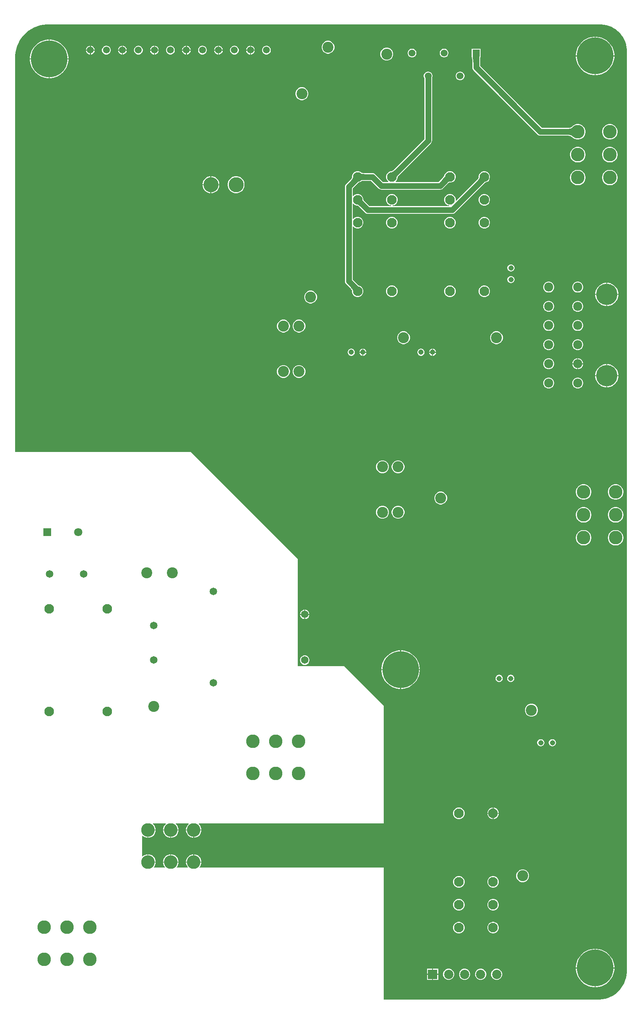
<source format=gbl>
G04*
G04 #@! TF.GenerationSoftware,Altium Limited,Altium Designer,23.10.1 (27)*
G04*
G04 Layer_Physical_Order=2*
G04 Layer_Color=16711680*
%FSLAX25Y25*%
%MOIN*%
G70*
G04*
G04 #@! TF.SameCoordinates,AA2C939F-CB16-4FEC-AD20-74F2314AF5A0*
G04*
G04*
G04 #@! TF.FilePolarity,Positive*
G04*
G01*
G75*
%ADD15C,0.05000*%
%ADD51C,0.03000*%
%ADD52C,0.12992*%
%ADD53C,0.07087*%
%ADD54R,0.07087X0.07087*%
%ADD55C,0.06496*%
%ADD56C,0.11693*%
%ADD57C,0.31496*%
%ADD58C,0.04500*%
%ADD59C,0.09449*%
%ADD60C,0.18366*%
%ADD61C,0.07736*%
%ADD62R,0.05906X0.05906*%
%ADD63C,0.05906*%
%ADD64C,0.08268*%
%ADD65C,0.07972*%
%ADD66R,0.07972X0.07972*%
G36*
X504269Y842197D02*
X505395D01*
X507637Y841976D01*
X509847Y841537D01*
X512003Y840883D01*
X514084Y840021D01*
X516071Y838959D01*
X517944Y837707D01*
X519686Y836278D01*
X521279Y834685D01*
X522708Y832943D01*
X523960Y831070D01*
X525022Y829083D01*
X525884Y827001D01*
X526538Y824846D01*
X526978Y822636D01*
X527199Y820394D01*
X527199Y819267D01*
X527199Y27500D01*
Y26287D01*
X526961Y23872D01*
X526487Y21492D01*
X525783Y19169D01*
X524854Y16927D01*
X523710Y14787D01*
X522362Y12769D01*
X520823Y10893D01*
X519107Y9177D01*
X517231Y7638D01*
X515213Y6290D01*
X513073Y5146D01*
X510831Y4217D01*
X508508Y3513D01*
X506128Y3039D01*
X503713Y2801D01*
X318004D01*
Y116385D01*
X159647D01*
X159456Y116847D01*
X159572Y116964D01*
X160300Y118052D01*
X160801Y119262D01*
X161056Y120546D01*
Y120801D01*
X147763D01*
Y120546D01*
X148018Y119262D01*
X148519Y118052D01*
X149247Y116964D01*
X149363Y116847D01*
X149172Y116385D01*
X139922D01*
X139731Y116847D01*
X139848Y116964D01*
X140575Y118052D01*
X141076Y119262D01*
X141332Y120546D01*
Y120801D01*
X128039D01*
Y120546D01*
X128294Y119262D01*
X128795Y118052D01*
X129522Y116964D01*
X129639Y116847D01*
X129448Y116385D01*
X120237D01*
X120046Y116847D01*
X120163Y116964D01*
X120890Y118052D01*
X121391Y119262D01*
X121646Y120546D01*
Y120801D01*
X115000D01*
Y121201D01*
X114600D01*
Y127847D01*
X114345D01*
X113061Y127592D01*
X111852Y127091D01*
X110763Y126363D01*
X110466Y126066D01*
X110004Y126258D01*
Y143743D01*
X110466Y143934D01*
X110763Y143637D01*
X111852Y142909D01*
X113061Y142408D01*
X114345Y142153D01*
X114600D01*
Y148799D01*
X115000D01*
Y149199D01*
X121646D01*
Y149454D01*
X121391Y150738D01*
X120890Y151947D01*
X120163Y153036D01*
X119313Y153885D01*
X119421Y154385D01*
X130264D01*
X130372Y153885D01*
X129522Y153036D01*
X128795Y151947D01*
X128294Y150738D01*
X128039Y149454D01*
Y149199D01*
X141332D01*
Y149454D01*
X141076Y150738D01*
X140575Y151947D01*
X139848Y153036D01*
X138998Y153885D01*
X139106Y154385D01*
X149988D01*
X150096Y153885D01*
X149247Y153036D01*
X148519Y151947D01*
X148018Y150738D01*
X147763Y149454D01*
Y149199D01*
X161056D01*
Y149454D01*
X160801Y150738D01*
X160300Y151947D01*
X159572Y153036D01*
X158723Y153885D01*
X158831Y154385D01*
X318004D01*
Y255696D01*
X283815Y289885D01*
X244000Y289885D01*
X244000Y382000D01*
X152000Y474000D01*
X801Y474000D01*
Y725778D01*
Y813999D01*
Y815384D01*
X1073Y818141D01*
X1613Y820858D01*
X2418Y823510D01*
X3478Y826070D01*
X4784Y828513D01*
X6323Y830817D01*
X8081Y832958D01*
X10040Y834918D01*
X12182Y836675D01*
X14485Y838214D01*
X16929Y839521D01*
X19489Y840581D01*
X22140Y841385D01*
X24857Y841926D01*
X27615Y842197D01*
X29000D01*
X504269Y842197D01*
D02*
G37*
%LPC*%
G36*
X65935Y823753D02*
X65841D01*
Y820400D01*
X69194D01*
Y820494D01*
X68938Y821449D01*
X68444Y822304D01*
X67745Y823003D01*
X66890Y823497D01*
X65935Y823753D01*
D02*
G37*
G36*
X203730D02*
X203636D01*
Y820400D01*
X206989D01*
Y820494D01*
X206733Y821449D01*
X206239Y822304D01*
X205540Y823003D01*
X204685Y823497D01*
X203730Y823753D01*
D02*
G37*
G36*
X121053D02*
X120959D01*
Y820400D01*
X124312D01*
Y820494D01*
X124056Y821449D01*
X123562Y822304D01*
X122863Y823003D01*
X122008Y823497D01*
X121053Y823753D01*
D02*
G37*
G36*
X93494D02*
X93400D01*
Y820400D01*
X96753D01*
Y820494D01*
X96497Y821449D01*
X96003Y822304D01*
X95304Y823003D01*
X94449Y823497D01*
X93494Y823753D01*
D02*
G37*
G36*
X148612D02*
X148518D01*
Y820400D01*
X151871D01*
Y820494D01*
X151615Y821449D01*
X151121Y822304D01*
X150422Y823003D01*
X149567Y823497D01*
X148612Y823753D01*
D02*
G37*
G36*
X176171D02*
X176077D01*
Y820400D01*
X179430D01*
Y820494D01*
X179174Y821449D01*
X178680Y822304D01*
X177981Y823003D01*
X177126Y823497D01*
X176171Y823753D01*
D02*
G37*
G36*
X175277D02*
X175183D01*
X174229Y823497D01*
X173373Y823003D01*
X172674Y822304D01*
X172180Y821449D01*
X171924Y820494D01*
Y820400D01*
X175277D01*
Y823753D01*
D02*
G37*
G36*
X65041D02*
X64947D01*
X63992Y823497D01*
X63137Y823003D01*
X62438Y822304D01*
X61944Y821449D01*
X61688Y820494D01*
Y820400D01*
X65041D01*
Y823753D01*
D02*
G37*
G36*
X202836D02*
X202742D01*
X201788Y823497D01*
X200932Y823003D01*
X200233Y822304D01*
X199739Y821449D01*
X199484Y820494D01*
Y820400D01*
X202836D01*
Y823753D01*
D02*
G37*
G36*
X120159D02*
X120065D01*
X119111Y823497D01*
X118255Y823003D01*
X117556Y822304D01*
X117062Y821449D01*
X116806Y820494D01*
Y820400D01*
X120159D01*
Y823753D01*
D02*
G37*
G36*
X92600D02*
X92506D01*
X91552Y823497D01*
X90696Y823003D01*
X89997Y822304D01*
X89503Y821449D01*
X89247Y820494D01*
Y820400D01*
X92600D01*
Y823753D01*
D02*
G37*
G36*
X147718D02*
X147624D01*
X146670Y823497D01*
X145814Y823003D01*
X145115Y822304D01*
X144621Y821449D01*
X144365Y820494D01*
Y820400D01*
X147718D01*
Y823753D01*
D02*
G37*
G36*
X270727Y828024D02*
X269273D01*
X267868Y827648D01*
X266608Y826921D01*
X265579Y825892D01*
X264852Y824632D01*
X264476Y823227D01*
Y821773D01*
X264852Y820368D01*
X265579Y819108D01*
X266608Y818079D01*
X267868Y817352D01*
X269273Y816976D01*
X270727D01*
X272132Y817352D01*
X273392Y818079D01*
X274421Y819108D01*
X275148Y820368D01*
X275524Y821773D01*
Y823227D01*
X275148Y824632D01*
X274421Y825892D01*
X273392Y826921D01*
X272132Y827648D01*
X270727Y828024D01*
D02*
G37*
G36*
X217510Y823753D02*
X216522D01*
X215567Y823497D01*
X214711Y823003D01*
X214013Y822304D01*
X213519Y821449D01*
X213263Y820494D01*
Y819506D01*
X213519Y818552D01*
X214013Y817696D01*
X214711Y816997D01*
X215567Y816503D01*
X216522Y816247D01*
X217510D01*
X218464Y816503D01*
X219320Y816997D01*
X220019Y817696D01*
X220513Y818552D01*
X220768Y819506D01*
Y820494D01*
X220513Y821449D01*
X220019Y822304D01*
X219320Y823003D01*
X218464Y823497D01*
X217510Y823753D01*
D02*
G37*
G36*
X206989Y819600D02*
X203636D01*
Y816247D01*
X203730D01*
X204685Y816503D01*
X205540Y816997D01*
X206239Y817696D01*
X206733Y818552D01*
X206989Y819506D01*
Y819600D01*
D02*
G37*
G36*
X202836D02*
X199484D01*
Y819506D01*
X199739Y818552D01*
X200233Y817696D01*
X200932Y816997D01*
X201788Y816503D01*
X202742Y816247D01*
X202836D01*
Y819600D01*
D02*
G37*
G36*
X189951Y823753D02*
X188963D01*
X188008Y823497D01*
X187152Y823003D01*
X186454Y822304D01*
X185960Y821449D01*
X185704Y820494D01*
Y819506D01*
X185960Y818552D01*
X186454Y817696D01*
X187152Y816997D01*
X188008Y816503D01*
X188963Y816247D01*
X189951D01*
X190905Y816503D01*
X191761Y816997D01*
X192460Y817696D01*
X192954Y818552D01*
X193209Y819506D01*
Y820494D01*
X192954Y821449D01*
X192460Y822304D01*
X191761Y823003D01*
X190905Y823497D01*
X189951Y823753D01*
D02*
G37*
G36*
X179430Y819600D02*
X176077D01*
Y816247D01*
X176171D01*
X177126Y816503D01*
X177981Y816997D01*
X178680Y817696D01*
X179174Y818552D01*
X179430Y819506D01*
Y819600D01*
D02*
G37*
G36*
X175277D02*
X171924D01*
Y819506D01*
X172180Y818552D01*
X172674Y817696D01*
X173373Y816997D01*
X174229Y816503D01*
X175183Y816247D01*
X175277D01*
Y819600D01*
D02*
G37*
G36*
X162392Y823753D02*
X161404D01*
X160449Y823497D01*
X159593Y823003D01*
X158895Y822304D01*
X158401Y821449D01*
X158145Y820494D01*
Y819506D01*
X158401Y818552D01*
X158895Y817696D01*
X159593Y816997D01*
X160449Y816503D01*
X161404Y816247D01*
X162392D01*
X163346Y816503D01*
X164202Y816997D01*
X164901Y817696D01*
X165395Y818552D01*
X165650Y819506D01*
Y820494D01*
X165395Y821449D01*
X164901Y822304D01*
X164202Y823003D01*
X163346Y823497D01*
X162392Y823753D01*
D02*
G37*
G36*
X151871Y819600D02*
X148518D01*
Y816247D01*
X148612D01*
X149567Y816503D01*
X150422Y816997D01*
X151121Y817696D01*
X151615Y818552D01*
X151871Y819506D01*
Y819600D01*
D02*
G37*
G36*
X147718D02*
X144365D01*
Y819506D01*
X144621Y818552D01*
X145115Y817696D01*
X145814Y816997D01*
X146670Y816503D01*
X147624Y816247D01*
X147718D01*
Y819600D01*
D02*
G37*
G36*
X134833Y823753D02*
X133844D01*
X132890Y823497D01*
X132034Y823003D01*
X131336Y822304D01*
X130842Y821449D01*
X130586Y820494D01*
Y819506D01*
X130842Y818552D01*
X131336Y817696D01*
X132034Y816997D01*
X132890Y816503D01*
X133844Y816247D01*
X134833D01*
X135787Y816503D01*
X136643Y816997D01*
X137341Y817696D01*
X137836Y818552D01*
X138091Y819506D01*
Y820494D01*
X137836Y821449D01*
X137341Y822304D01*
X136643Y823003D01*
X135787Y823497D01*
X134833Y823753D01*
D02*
G37*
G36*
X124312Y819600D02*
X120959D01*
Y816247D01*
X121053D01*
X122008Y816503D01*
X122863Y816997D01*
X123562Y817696D01*
X124056Y818552D01*
X124312Y819506D01*
Y819600D01*
D02*
G37*
G36*
X120159D02*
X116806D01*
Y819506D01*
X117062Y818552D01*
X117556Y817696D01*
X118255Y816997D01*
X119111Y816503D01*
X120065Y816247D01*
X120159D01*
Y819600D01*
D02*
G37*
G36*
X107274Y823753D02*
X106286D01*
X105331Y823497D01*
X104475Y823003D01*
X103777Y822304D01*
X103282Y821449D01*
X103027Y820494D01*
Y819506D01*
X103282Y818552D01*
X103777Y817696D01*
X104475Y816997D01*
X105331Y816503D01*
X106286Y816247D01*
X107274D01*
X108228Y816503D01*
X109084Y816997D01*
X109783Y817696D01*
X110276Y818552D01*
X110532Y819506D01*
Y820494D01*
X110276Y821449D01*
X109783Y822304D01*
X109084Y823003D01*
X108228Y823497D01*
X107274Y823753D01*
D02*
G37*
G36*
X96753Y819600D02*
X93400D01*
Y816247D01*
X93494D01*
X94449Y816503D01*
X95304Y816997D01*
X96003Y817696D01*
X96497Y818552D01*
X96753Y819506D01*
Y819600D01*
D02*
G37*
G36*
X92600D02*
X89247D01*
Y819506D01*
X89503Y818552D01*
X89997Y817696D01*
X90696Y816997D01*
X91552Y816503D01*
X92506Y816247D01*
X92600D01*
Y819600D01*
D02*
G37*
G36*
X79715Y823753D02*
X78726D01*
X77772Y823497D01*
X76916Y823003D01*
X76218Y822304D01*
X75723Y821449D01*
X75468Y820494D01*
Y819506D01*
X75723Y818552D01*
X76218Y817696D01*
X76916Y816997D01*
X77772Y816503D01*
X78726Y816247D01*
X79715D01*
X80669Y816503D01*
X81525Y816997D01*
X82223Y817696D01*
X82718Y818552D01*
X82973Y819506D01*
Y820494D01*
X82718Y821449D01*
X82223Y822304D01*
X81525Y823003D01*
X80669Y823497D01*
X79715Y823753D01*
D02*
G37*
G36*
X69194Y819600D02*
X65841D01*
Y816247D01*
X65935D01*
X66890Y816503D01*
X67745Y816997D01*
X68444Y817696D01*
X68938Y818552D01*
X69194Y819506D01*
Y819600D01*
D02*
G37*
G36*
X65041D02*
X61688D01*
Y819506D01*
X61944Y818552D01*
X62438Y817696D01*
X63137Y816997D01*
X63992Y816503D01*
X64947Y816247D01*
X65041D01*
Y819600D01*
D02*
G37*
G36*
X501085Y831548D02*
X500400D01*
Y815400D01*
X516548D01*
Y816085D01*
X516265Y818235D01*
X515703Y820331D01*
X514873Y822335D01*
X513789Y824213D01*
X512468Y825934D01*
X510934Y827468D01*
X509213Y828789D01*
X507335Y829873D01*
X505331Y830703D01*
X503235Y831265D01*
X501085Y831548D01*
D02*
G37*
G36*
X499600D02*
X498915D01*
X496765Y831265D01*
X494669Y830703D01*
X492665Y829873D01*
X490787Y828789D01*
X489066Y827468D01*
X487532Y825934D01*
X486211Y824213D01*
X485127Y822335D01*
X484297Y820331D01*
X483735Y818235D01*
X483452Y816085D01*
Y815400D01*
X499600D01*
Y831548D01*
D02*
G37*
G36*
X370435Y821253D02*
X369447D01*
X368492Y820997D01*
X367637Y820503D01*
X366938Y819804D01*
X366444Y818948D01*
X366188Y817994D01*
Y817006D01*
X366444Y816051D01*
X366938Y815196D01*
X367637Y814497D01*
X368492Y814003D01*
X369447Y813747D01*
X370435D01*
X371389Y814003D01*
X372245Y814497D01*
X372944Y815196D01*
X373438Y816051D01*
X373694Y817006D01*
Y817994D01*
X373438Y818948D01*
X372944Y819804D01*
X372245Y820503D01*
X371389Y820997D01*
X370435Y821253D01*
D02*
G37*
G36*
X342876D02*
X341888D01*
X340933Y820997D01*
X340078Y820503D01*
X339379Y819804D01*
X338885Y818948D01*
X338629Y817994D01*
Y817006D01*
X338885Y816051D01*
X339379Y815196D01*
X340078Y814497D01*
X340933Y814003D01*
X341888Y813747D01*
X342876D01*
X343830Y814003D01*
X344686Y814497D01*
X345385Y815196D01*
X345879Y816051D01*
X346135Y817006D01*
Y817994D01*
X345879Y818948D01*
X345385Y819804D01*
X344686Y820503D01*
X343830Y820997D01*
X342876Y821253D01*
D02*
G37*
G36*
X31085Y829048D02*
X30400D01*
Y812900D01*
X46548D01*
Y813585D01*
X46265Y815735D01*
X45703Y817831D01*
X44873Y819835D01*
X43789Y821713D01*
X42468Y823434D01*
X40934Y824968D01*
X39213Y826289D01*
X37335Y827373D01*
X35331Y828203D01*
X33235Y828765D01*
X31085Y829048D01*
D02*
G37*
G36*
X29600D02*
X28915D01*
X26765Y828765D01*
X24669Y828203D01*
X22665Y827373D01*
X20787Y826289D01*
X19066Y824968D01*
X17532Y823434D01*
X16211Y821713D01*
X15127Y819835D01*
X14297Y817831D01*
X13735Y815735D01*
X13452Y813585D01*
Y812900D01*
X29600D01*
Y829048D01*
D02*
G37*
G36*
X321299Y822169D02*
X319844D01*
X318439Y821793D01*
X317179Y821066D01*
X316151Y820037D01*
X315423Y818777D01*
X315047Y817372D01*
Y815918D01*
X315423Y814513D01*
X316151Y813253D01*
X317179Y812224D01*
X318439Y811497D01*
X319844Y811121D01*
X321299D01*
X322704Y811497D01*
X323963Y812224D01*
X324992Y813253D01*
X325719Y814513D01*
X326096Y815918D01*
Y817372D01*
X325719Y818777D01*
X324992Y820037D01*
X323963Y821066D01*
X322704Y821793D01*
X321299Y822169D01*
D02*
G37*
G36*
X516548Y814600D02*
X500400D01*
Y798452D01*
X501085D01*
X503235Y798735D01*
X505331Y799297D01*
X507335Y800127D01*
X509213Y801211D01*
X510934Y802532D01*
X512468Y804066D01*
X513789Y805787D01*
X514873Y807665D01*
X515703Y809669D01*
X516265Y811765D01*
X516548Y813915D01*
Y814600D01*
D02*
G37*
G36*
X499600D02*
X483452D01*
Y813915D01*
X483735Y811765D01*
X484297Y809669D01*
X485127Y807665D01*
X486211Y805787D01*
X487532Y804066D01*
X489066Y802532D01*
X490787Y801211D01*
X492665Y800127D01*
X494669Y799297D01*
X496765Y798735D01*
X498915Y798452D01*
X499600D01*
Y814600D01*
D02*
G37*
G36*
X46548Y812100D02*
X30400D01*
Y795952D01*
X31085D01*
X33235Y796235D01*
X35331Y796797D01*
X37335Y797627D01*
X39213Y798711D01*
X40934Y800032D01*
X42468Y801566D01*
X43789Y803287D01*
X44873Y805165D01*
X45703Y807169D01*
X46265Y809265D01*
X46548Y811415D01*
Y812100D01*
D02*
G37*
G36*
X29600D02*
X13452D01*
Y811415D01*
X13735Y809265D01*
X14297Y807169D01*
X15127Y805165D01*
X16211Y803287D01*
X17532Y801566D01*
X19066Y800032D01*
X20787Y798711D01*
X22665Y797627D01*
X24669Y796797D01*
X26765Y796235D01*
X28915Y795952D01*
X29600D01*
Y812100D01*
D02*
G37*
G36*
X384214Y801568D02*
X383226D01*
X382272Y801312D01*
X381416Y800818D01*
X380717Y800119D01*
X380223Y799263D01*
X379968Y798309D01*
Y797321D01*
X380223Y796366D01*
X380717Y795511D01*
X381416Y794812D01*
X382272Y794318D01*
X383226Y794062D01*
X384214D01*
X385169Y794318D01*
X386025Y794812D01*
X386723Y795511D01*
X387217Y796366D01*
X387473Y797321D01*
Y798309D01*
X387217Y799263D01*
X386723Y800119D01*
X386025Y800818D01*
X385169Y801312D01*
X384214Y801568D01*
D02*
G37*
G36*
X248227Y788024D02*
X246773D01*
X245368Y787648D01*
X244108Y786921D01*
X243079Y785892D01*
X242352Y784632D01*
X241976Y783227D01*
Y781773D01*
X242352Y780368D01*
X243079Y779108D01*
X244108Y778079D01*
X245368Y777352D01*
X246773Y776976D01*
X248227D01*
X249632Y777352D01*
X250892Y778079D01*
X251921Y779108D01*
X252648Y780368D01*
X253024Y781773D01*
Y783227D01*
X252648Y784632D01*
X251921Y785892D01*
X250892Y786921D01*
X249632Y787648D01*
X248227Y788024D01*
D02*
G37*
G36*
X513253Y756371D02*
X511944D01*
X510660Y756115D01*
X509450Y755614D01*
X508361Y754887D01*
X507436Y753961D01*
X506708Y752873D01*
X506207Y751663D01*
X505952Y750379D01*
Y749070D01*
X506207Y747786D01*
X506708Y746576D01*
X507436Y745487D01*
X508361Y744562D01*
X509450Y743834D01*
X510660Y743333D01*
X511944Y743078D01*
X513253D01*
X514537Y743333D01*
X515747Y743834D01*
X516835Y744562D01*
X517761Y745487D01*
X518488Y746576D01*
X518990Y747786D01*
X519245Y749070D01*
Y750379D01*
X518990Y751663D01*
X518488Y752873D01*
X517761Y753961D01*
X516835Y754887D01*
X515747Y755614D01*
X514537Y756115D01*
X513253Y756371D01*
D02*
G37*
G36*
X401253Y821253D02*
X393747D01*
Y814578D01*
X393744Y814559D01*
X393747Y814541D01*
Y813747D01*
X393988D01*
X394172Y810628D01*
Y805000D01*
X394285Y804138D01*
X394480Y803668D01*
X394618Y803336D01*
X395146Y802646D01*
X450422Y747371D01*
X451111Y746842D01*
X451914Y746509D01*
X452776Y746396D01*
X476676D01*
X476758Y746394D01*
X477276Y746350D01*
X477759Y746278D01*
X478208Y746180D01*
X478623Y746055D01*
X479006Y745905D01*
X479357Y745730D01*
X479679Y745532D01*
X479973Y745309D01*
X480271Y745033D01*
X480325Y745000D01*
X480763Y744562D01*
X481852Y743834D01*
X483061Y743333D01*
X484345Y743078D01*
X485655D01*
X486939Y743333D01*
X488148Y743834D01*
X489237Y744562D01*
X490163Y745487D01*
X490890Y746576D01*
X491391Y747786D01*
X491646Y749070D01*
Y750379D01*
X491391Y751663D01*
X490890Y752873D01*
X490163Y753961D01*
X489237Y754887D01*
X488148Y755614D01*
X486939Y756115D01*
X485655Y756371D01*
X484345D01*
X483061Y756115D01*
X481852Y755614D01*
X480763Y754887D01*
X480325Y754449D01*
X480271Y754416D01*
X479973Y754140D01*
X479679Y753917D01*
X479357Y753719D01*
X479006Y753544D01*
X478623Y753394D01*
X478208Y753269D01*
X477759Y753170D01*
X477276Y753099D01*
X476758Y753055D01*
X476676Y753053D01*
X454154D01*
X400829Y806379D01*
Y810863D01*
X400833Y811336D01*
X400924Y813246D01*
X400967Y813650D01*
X400983Y813747D01*
X401253D01*
Y814541D01*
X401256Y814559D01*
X401253Y814578D01*
Y821253D01*
D02*
G37*
G36*
X513253Y736647D02*
X511944D01*
X510660Y736391D01*
X509450Y735890D01*
X508361Y735163D01*
X507436Y734237D01*
X506708Y733148D01*
X506207Y731939D01*
X505952Y730655D01*
Y729345D01*
X506207Y728061D01*
X506708Y726852D01*
X507436Y725763D01*
X508361Y724837D01*
X509450Y724110D01*
X510660Y723609D01*
X511944Y723353D01*
X513253D01*
X514537Y723609D01*
X515747Y724110D01*
X516835Y724837D01*
X517761Y725763D01*
X518488Y726852D01*
X518990Y728061D01*
X519245Y729345D01*
Y730655D01*
X518990Y731939D01*
X518488Y733148D01*
X517761Y734237D01*
X516835Y735163D01*
X515747Y735890D01*
X514537Y736391D01*
X513253Y736647D01*
D02*
G37*
G36*
X485655D02*
X484345D01*
X483061Y736391D01*
X481852Y735890D01*
X480763Y735163D01*
X479837Y734237D01*
X479110Y733148D01*
X478609Y731939D01*
X478354Y730655D01*
Y729345D01*
X478609Y728061D01*
X479110Y726852D01*
X479837Y725763D01*
X480763Y724837D01*
X481852Y724110D01*
X483061Y723609D01*
X484345Y723353D01*
X485655D01*
X486939Y723609D01*
X488148Y724110D01*
X489237Y724837D01*
X490163Y725763D01*
X490890Y726852D01*
X491391Y728061D01*
X491646Y729345D01*
Y730655D01*
X491391Y731939D01*
X490890Y733148D01*
X490163Y734237D01*
X489237Y735163D01*
X488148Y735890D01*
X486939Y736391D01*
X485655Y736647D01*
D02*
G37*
G36*
X356656Y801568D02*
X355667D01*
X354713Y801312D01*
X353857Y800818D01*
X353158Y800119D01*
X352664Y799263D01*
X352409Y798309D01*
Y797321D01*
X352664Y796366D01*
X352833Y796075D01*
Y743465D01*
X326248Y716881D01*
X325850Y716512D01*
X325388Y716132D01*
X325216Y716009D01*
X325077Y715922D01*
X324989Y715878D01*
X324973Y715873D01*
X324934Y715867D01*
X324909Y715859D01*
X324351D01*
X323096Y715523D01*
X321971Y714873D01*
X321052Y713955D01*
X320402Y712830D01*
X320066Y711575D01*
Y710276D01*
X320402Y709021D01*
X321052Y707896D01*
X321828Y707120D01*
X321626Y706620D01*
X317455D01*
X310796Y713279D01*
X310107Y713808D01*
X309774Y713945D01*
X309304Y714140D01*
X308442Y714254D01*
X300566D01*
X300024Y714275D01*
X299429Y714333D01*
X299220Y714367D01*
X299061Y714404D01*
X298967Y714435D01*
X298952Y714442D01*
X298921Y714466D01*
X298897Y714478D01*
X298502Y714873D01*
X297377Y715523D01*
X296122Y715859D01*
X294823D01*
X293568Y715523D01*
X292443Y714873D01*
X291524Y713955D01*
X290875Y712830D01*
X290539Y711575D01*
Y710276D01*
X290569Y710162D01*
X290547Y710103D01*
X290478Y709971D01*
X290369Y709796D01*
X290227Y709599D01*
X289584Y708860D01*
X285485Y704761D01*
X284956Y704071D01*
X284818Y703739D01*
X284624Y703269D01*
X284510Y702407D01*
Y621018D01*
X284624Y620157D01*
X284818Y619686D01*
X284956Y619354D01*
X285485Y618665D01*
X289567Y614582D01*
X289791Y614348D01*
X290222Y613832D01*
X290368Y613629D01*
X290478Y613454D01*
X290547Y613322D01*
X290569Y613263D01*
X290539Y613149D01*
Y611851D01*
X290875Y610596D01*
X291524Y609471D01*
X292443Y608552D01*
X293568Y607902D01*
X294823Y607566D01*
X296122D01*
X297377Y607902D01*
X298502Y608552D01*
X299420Y609471D01*
X300070Y610596D01*
X300406Y611851D01*
Y613149D01*
X300070Y614404D01*
X299420Y615529D01*
X298502Y616448D01*
X297377Y617098D01*
X296362Y617370D01*
X295030Y618534D01*
X291167Y622397D01*
Y668181D01*
X291667Y668383D01*
X292443Y667607D01*
X293568Y666958D01*
X294823Y666621D01*
X296122D01*
X297377Y666958D01*
X298502Y667607D01*
X299420Y668526D01*
X300070Y669651D01*
X300406Y670906D01*
Y672205D01*
X300070Y673459D01*
X299420Y674585D01*
X298502Y675503D01*
X297377Y676153D01*
X296122Y676489D01*
X294823D01*
X293568Y676153D01*
X292443Y675503D01*
X291667Y674727D01*
X291167Y674929D01*
Y687866D01*
X291667Y688068D01*
X292443Y687292D01*
X293568Y686643D01*
X294823Y686306D01*
X295382D01*
X295407Y686298D01*
X295446Y686293D01*
X295462Y686287D01*
X295550Y686243D01*
X295688Y686156D01*
X295850Y686041D01*
X296793Y685213D01*
X301859Y680146D01*
X302548Y679618D01*
X303351Y679285D01*
X304213Y679172D01*
X377056D01*
X377917Y679285D01*
X378387Y679480D01*
X378720Y679618D01*
X379409Y680146D01*
X404488Y705225D01*
X405063Y705762D01*
X405369Y706019D01*
X405419Y706056D01*
X406432Y706328D01*
X407557Y706977D01*
X408476Y707896D01*
X409125Y709021D01*
X409461Y710276D01*
Y711575D01*
X409125Y712830D01*
X408476Y713955D01*
X407557Y714873D01*
X406432Y715523D01*
X405177Y715859D01*
X403878D01*
X402623Y715523D01*
X401498Y714873D01*
X400580Y713955D01*
X399930Y712830D01*
X399594Y711575D01*
Y710276D01*
X399637Y710114D01*
X399613Y710048D01*
X399546Y709917D01*
X399437Y709743D01*
X399296Y709547D01*
X398654Y708805D01*
X380430Y690582D01*
X379934Y690792D01*
Y691890D01*
X379598Y693145D01*
X378948Y694270D01*
X378029Y695188D01*
X376904Y695838D01*
X375649Y696174D01*
X374351D01*
X373096Y695838D01*
X371971Y695188D01*
X371052Y694270D01*
X370402Y693145D01*
X370066Y691890D01*
Y690591D01*
X370402Y689336D01*
X371052Y688211D01*
X371971Y687292D01*
X373096Y686643D01*
X374268Y686329D01*
X374202Y685828D01*
X325798D01*
X325732Y686329D01*
X326904Y686643D01*
X328029Y687292D01*
X328948Y688211D01*
X329598Y689336D01*
X329934Y690591D01*
Y691890D01*
X329598Y693145D01*
X328948Y694270D01*
X328029Y695188D01*
X326904Y695838D01*
X325649Y696174D01*
X324351D01*
X323096Y695838D01*
X321971Y695188D01*
X321052Y694270D01*
X320402Y693145D01*
X320066Y691890D01*
Y690591D01*
X320402Y689336D01*
X321052Y688211D01*
X321971Y687292D01*
X323096Y686643D01*
X324268Y686329D01*
X324202Y685828D01*
X305591D01*
X301428Y689992D01*
X301060Y690390D01*
X300680Y690852D01*
X300556Y691024D01*
X300470Y691163D01*
X300425Y691251D01*
X300420Y691267D01*
X300415Y691306D01*
X300406Y691331D01*
Y691890D01*
X300070Y693145D01*
X299420Y694270D01*
X298502Y695188D01*
X297377Y695838D01*
X296122Y696174D01*
X294823D01*
X293568Y695838D01*
X292443Y695188D01*
X291667Y694412D01*
X291167Y694614D01*
Y701028D01*
X295305Y705166D01*
X295487Y705344D01*
X296112Y705902D01*
X296236Y706001D01*
X296284Y706035D01*
X297377Y706328D01*
X298502Y706977D01*
X298897Y707373D01*
X298921Y707384D01*
X298952Y707408D01*
X298967Y707415D01*
X299061Y707446D01*
X299220Y707483D01*
X299416Y707515D01*
X300668Y707597D01*
X307064D01*
X313723Y700938D01*
X314412Y700409D01*
X315215Y700076D01*
X316076Y699963D01*
X366482D01*
X367343Y700076D01*
X367814Y700271D01*
X368146Y700409D01*
X368835Y700938D01*
X372918Y705020D01*
X373152Y705244D01*
X373668Y705675D01*
X373871Y705821D01*
X374046Y705931D01*
X374178Y706000D01*
X374237Y706022D01*
X374351Y705991D01*
X375649D01*
X376904Y706328D01*
X378029Y706977D01*
X378948Y707896D01*
X379598Y709021D01*
X379934Y710276D01*
Y711575D01*
X379598Y712830D01*
X378948Y713955D01*
X378029Y714873D01*
X376904Y715523D01*
X375649Y715859D01*
X374351D01*
X373096Y715523D01*
X371971Y714873D01*
X371052Y713955D01*
X370402Y712830D01*
X370130Y711815D01*
X368966Y710483D01*
X365103Y706620D01*
X328374D01*
X328172Y707120D01*
X328948Y707896D01*
X329598Y709021D01*
X329934Y710276D01*
Y710835D01*
X329942Y710859D01*
X329947Y710898D01*
X329953Y710914D01*
X329997Y711002D01*
X330084Y711141D01*
X330200Y711303D01*
X331028Y712246D01*
X358515Y739733D01*
X359044Y740422D01*
X359377Y741225D01*
X359490Y742087D01*
Y796075D01*
X359658Y796366D01*
X359914Y797321D01*
Y798309D01*
X359658Y799263D01*
X359164Y800119D01*
X358466Y800818D01*
X357610Y801312D01*
X356656Y801568D01*
D02*
G37*
G36*
X169892Y711509D02*
X169573D01*
Y704613D01*
X176469D01*
Y704931D01*
X176189Y706341D01*
X175639Y707669D01*
X174840Y708864D01*
X173824Y709880D01*
X172629Y710678D01*
X171301Y711228D01*
X169892Y711509D01*
D02*
G37*
G36*
X168773D02*
X168455D01*
X167045Y711228D01*
X165717Y710678D01*
X164522Y709880D01*
X163506Y708864D01*
X162707Y707669D01*
X162158Y706341D01*
X161877Y704931D01*
Y704613D01*
X168773D01*
Y711509D01*
D02*
G37*
G36*
X513253Y716961D02*
X511944D01*
X510660Y716706D01*
X509450Y716205D01*
X508361Y715478D01*
X507436Y714552D01*
X506708Y713463D01*
X506207Y712254D01*
X505952Y710970D01*
Y709660D01*
X506207Y708376D01*
X506708Y707167D01*
X507436Y706078D01*
X508361Y705152D01*
X509450Y704425D01*
X510660Y703924D01*
X511944Y703668D01*
X513253D01*
X514537Y703924D01*
X515747Y704425D01*
X516835Y705152D01*
X517761Y706078D01*
X518488Y707167D01*
X518990Y708376D01*
X519245Y709660D01*
Y710970D01*
X518990Y712254D01*
X518488Y713463D01*
X517761Y714552D01*
X516835Y715478D01*
X515747Y716205D01*
X514537Y716706D01*
X513253Y716961D01*
D02*
G37*
G36*
X485655D02*
X484345D01*
X483061Y716706D01*
X481852Y716205D01*
X480763Y715478D01*
X479837Y714552D01*
X479110Y713463D01*
X478609Y712254D01*
X478354Y710970D01*
Y709660D01*
X478609Y708376D01*
X479110Y707167D01*
X479837Y706078D01*
X480763Y705152D01*
X481852Y704425D01*
X483061Y703924D01*
X484345Y703668D01*
X485655D01*
X486939Y703924D01*
X488148Y704425D01*
X489237Y705152D01*
X490163Y706078D01*
X490890Y707167D01*
X491391Y708376D01*
X491646Y709660D01*
Y710970D01*
X491391Y712254D01*
X490890Y713463D01*
X490163Y714552D01*
X489237Y715478D01*
X488148Y716205D01*
X486939Y716706D01*
X485655Y716961D01*
D02*
G37*
G36*
X191545Y711509D02*
X190108D01*
X188699Y711228D01*
X187371Y710678D01*
X186176Y709880D01*
X185160Y708864D01*
X184361Y707669D01*
X183811Y706341D01*
X183531Y704931D01*
Y703494D01*
X183811Y702084D01*
X184361Y700757D01*
X185160Y699562D01*
X186176Y698545D01*
X187371Y697747D01*
X188699Y697197D01*
X190108Y696916D01*
X191545D01*
X192955Y697197D01*
X194283Y697747D01*
X195478Y698545D01*
X196494Y699562D01*
X197292Y700757D01*
X197842Y702084D01*
X198123Y703494D01*
Y704931D01*
X197842Y706341D01*
X197292Y707669D01*
X196494Y708864D01*
X195478Y709880D01*
X194283Y710678D01*
X192955Y711228D01*
X191545Y711509D01*
D02*
G37*
G36*
X176469Y703813D02*
X169573D01*
Y696916D01*
X169892D01*
X171301Y697197D01*
X172629Y697747D01*
X173824Y698545D01*
X174840Y699562D01*
X175639Y700757D01*
X176189Y702084D01*
X176469Y703494D01*
Y703813D01*
D02*
G37*
G36*
X168773D02*
X161877D01*
Y703494D01*
X162158Y702084D01*
X162707Y700757D01*
X163506Y699562D01*
X164522Y698545D01*
X165717Y697747D01*
X167045Y697197D01*
X168455Y696916D01*
X168773D01*
Y703813D01*
D02*
G37*
G36*
X405177Y696174D02*
X403878D01*
X402623Y695838D01*
X401498Y695188D01*
X400580Y694270D01*
X399930Y693145D01*
X399594Y691890D01*
Y690591D01*
X399930Y689336D01*
X400580Y688211D01*
X401498Y687292D01*
X402623Y686643D01*
X403878Y686306D01*
X405177D01*
X406432Y686643D01*
X407557Y687292D01*
X408476Y688211D01*
X409125Y689336D01*
X409461Y690591D01*
Y691890D01*
X409125Y693145D01*
X408476Y694270D01*
X407557Y695188D01*
X406432Y695838D01*
X405177Y696174D01*
D02*
G37*
G36*
Y676489D02*
X403878D01*
X402623Y676153D01*
X401498Y675503D01*
X400580Y674585D01*
X399930Y673459D01*
X399594Y672205D01*
Y670906D01*
X399930Y669651D01*
X400580Y668526D01*
X401498Y667607D01*
X402623Y666958D01*
X403878Y666621D01*
X405177D01*
X406432Y666958D01*
X407557Y667607D01*
X408476Y668526D01*
X409125Y669651D01*
X409461Y670906D01*
Y672205D01*
X409125Y673459D01*
X408476Y674585D01*
X407557Y675503D01*
X406432Y676153D01*
X405177Y676489D01*
D02*
G37*
G36*
X375649D02*
X374351D01*
X373096Y676153D01*
X371971Y675503D01*
X371052Y674585D01*
X370402Y673459D01*
X370066Y672205D01*
Y670906D01*
X370402Y669651D01*
X371052Y668526D01*
X371971Y667607D01*
X373096Y666958D01*
X374351Y666621D01*
X375649D01*
X376904Y666958D01*
X378029Y667607D01*
X378948Y668526D01*
X379598Y669651D01*
X379934Y670906D01*
Y672205D01*
X379598Y673459D01*
X378948Y674585D01*
X378029Y675503D01*
X376904Y676153D01*
X375649Y676489D01*
D02*
G37*
G36*
X325649D02*
X324351D01*
X323096Y676153D01*
X321971Y675503D01*
X321052Y674585D01*
X320402Y673459D01*
X320066Y672205D01*
Y670906D01*
X320402Y669651D01*
X321052Y668526D01*
X321971Y667607D01*
X323096Y666958D01*
X324351Y666621D01*
X325649D01*
X326904Y666958D01*
X328029Y667607D01*
X328948Y668526D01*
X329598Y669651D01*
X329934Y670906D01*
Y672205D01*
X329598Y673459D01*
X328948Y674585D01*
X328029Y675503D01*
X326904Y676153D01*
X325649Y676489D01*
D02*
G37*
G36*
X427902Y635550D02*
X427099D01*
X426323Y635342D01*
X425627Y634941D01*
X425059Y634373D01*
X424658Y633677D01*
X424450Y632901D01*
Y632098D01*
X424658Y631323D01*
X425059Y630627D01*
X425627Y630059D01*
X426323Y629658D01*
X427099Y629450D01*
X427902D01*
X428677Y629658D01*
X429373Y630059D01*
X429941Y630627D01*
X430342Y631323D01*
X430550Y632098D01*
Y632901D01*
X430342Y633677D01*
X429941Y634373D01*
X429373Y634941D01*
X428677Y635342D01*
X427902Y635550D01*
D02*
G37*
G36*
Y625550D02*
X427099D01*
X426323Y625342D01*
X425627Y624941D01*
X425059Y624373D01*
X424658Y623677D01*
X424450Y622901D01*
Y622098D01*
X424658Y621323D01*
X425059Y620627D01*
X425627Y620059D01*
X426323Y619658D01*
X427099Y619450D01*
X427902D01*
X428677Y619658D01*
X429373Y620059D01*
X429941Y620627D01*
X430342Y621323D01*
X430550Y622098D01*
Y622901D01*
X430342Y623677D01*
X429941Y624373D01*
X429373Y624941D01*
X428677Y625342D01*
X427902Y625550D01*
D02*
G37*
G36*
X485615Y620652D02*
X484385D01*
X483198Y620334D01*
X482134Y619720D01*
X481265Y618851D01*
X480650Y617786D01*
X480332Y616599D01*
Y615370D01*
X480650Y614182D01*
X481265Y613118D01*
X482134Y612249D01*
X483198Y611634D01*
X484385Y611316D01*
X485615D01*
X486802Y611634D01*
X487866Y612249D01*
X488735Y613118D01*
X489350Y614182D01*
X489668Y615370D01*
Y616599D01*
X489350Y617786D01*
X488735Y618851D01*
X487866Y619720D01*
X486802Y620334D01*
X485615Y620652D01*
D02*
G37*
G36*
X460615D02*
X459385D01*
X458198Y620334D01*
X457134Y619720D01*
X456265Y618851D01*
X455650Y617786D01*
X455332Y616599D01*
Y615370D01*
X455650Y614182D01*
X456265Y613118D01*
X457134Y612249D01*
X458198Y611634D01*
X459385Y611316D01*
X460615D01*
X461802Y611634D01*
X462866Y612249D01*
X463735Y613118D01*
X464350Y614182D01*
X464668Y615370D01*
Y616599D01*
X464350Y617786D01*
X463735Y618851D01*
X462866Y619720D01*
X461802Y620334D01*
X460615Y620652D01*
D02*
G37*
G36*
X510983Y619747D02*
X510400D01*
Y610164D01*
X519983D01*
Y610747D01*
X519599Y612676D01*
X518847Y614493D01*
X517754Y616128D01*
X516364Y617518D01*
X514729Y618611D01*
X512912Y619363D01*
X510983Y619747D01*
D02*
G37*
G36*
X509600D02*
X509017D01*
X507088Y619363D01*
X505271Y618611D01*
X503636Y617518D01*
X502246Y616128D01*
X501153Y614493D01*
X500401Y612676D01*
X500017Y610747D01*
Y610164D01*
X509600D01*
Y619747D01*
D02*
G37*
G36*
X405177Y617434D02*
X403878D01*
X402623Y617098D01*
X401498Y616448D01*
X400580Y615529D01*
X399930Y614404D01*
X399594Y613149D01*
Y611851D01*
X399930Y610596D01*
X400580Y609471D01*
X401498Y608552D01*
X402623Y607902D01*
X403878Y607566D01*
X405177D01*
X406432Y607902D01*
X407557Y608552D01*
X408476Y609471D01*
X409125Y610596D01*
X409461Y611851D01*
Y613149D01*
X409125Y614404D01*
X408476Y615529D01*
X407557Y616448D01*
X406432Y617098D01*
X405177Y617434D01*
D02*
G37*
G36*
X375649D02*
X374351D01*
X373096Y617098D01*
X371971Y616448D01*
X371052Y615529D01*
X370402Y614404D01*
X370066Y613149D01*
Y611851D01*
X370402Y610596D01*
X371052Y609471D01*
X371971Y608552D01*
X373096Y607902D01*
X374351Y607566D01*
X375649D01*
X376904Y607902D01*
X378029Y608552D01*
X378948Y609471D01*
X379598Y610596D01*
X379934Y611851D01*
Y613149D01*
X379598Y614404D01*
X378948Y615529D01*
X378029Y616448D01*
X376904Y617098D01*
X375649Y617434D01*
D02*
G37*
G36*
X325649D02*
X324351D01*
X323096Y617098D01*
X321971Y616448D01*
X321052Y615529D01*
X320402Y614404D01*
X320066Y613149D01*
Y611851D01*
X320402Y610596D01*
X321052Y609471D01*
X321971Y608552D01*
X323096Y607902D01*
X324351Y607566D01*
X325649D01*
X326904Y607902D01*
X328029Y608552D01*
X328948Y609471D01*
X329598Y610596D01*
X329934Y611851D01*
Y613149D01*
X329598Y614404D01*
X328948Y615529D01*
X328029Y616448D01*
X326904Y617098D01*
X325649Y617434D01*
D02*
G37*
G36*
X255727Y613024D02*
X254273D01*
X252868Y612648D01*
X251608Y611921D01*
X250579Y610892D01*
X249852Y609632D01*
X249476Y608227D01*
Y606773D01*
X249852Y605368D01*
X250579Y604108D01*
X251608Y603079D01*
X252868Y602352D01*
X254273Y601976D01*
X255727D01*
X257132Y602352D01*
X258392Y603079D01*
X259421Y604108D01*
X260148Y605368D01*
X260524Y606773D01*
Y608227D01*
X260148Y609632D01*
X259421Y610892D01*
X258392Y611921D01*
X257132Y612648D01*
X255727Y613024D01*
D02*
G37*
G36*
X519983Y609364D02*
X510400D01*
Y599781D01*
X510983D01*
X512912Y600164D01*
X514729Y600917D01*
X516364Y602009D01*
X517754Y603400D01*
X518847Y605035D01*
X519599Y606852D01*
X519983Y608780D01*
Y609364D01*
D02*
G37*
G36*
X509600D02*
X500017D01*
Y608780D01*
X500401Y606852D01*
X501153Y605035D01*
X502246Y603400D01*
X503636Y602009D01*
X505271Y600917D01*
X507088Y600164D01*
X509017Y599781D01*
X509600D01*
Y609364D01*
D02*
G37*
G36*
X485615Y604156D02*
X484385D01*
X483198Y603838D01*
X482134Y603224D01*
X481265Y602354D01*
X480650Y601290D01*
X480332Y600103D01*
Y598874D01*
X480650Y597686D01*
X481265Y596622D01*
X482134Y595753D01*
X483198Y595138D01*
X484385Y594820D01*
X485615D01*
X486802Y595138D01*
X487866Y595753D01*
X488735Y596622D01*
X489350Y597686D01*
X489668Y598874D01*
Y600103D01*
X489350Y601290D01*
X488735Y602354D01*
X487866Y603224D01*
X486802Y603838D01*
X485615Y604156D01*
D02*
G37*
G36*
X460615D02*
X459385D01*
X458198Y603838D01*
X457134Y603224D01*
X456265Y602354D01*
X455650Y601290D01*
X455332Y600103D01*
Y598874D01*
X455650Y597686D01*
X456265Y596622D01*
X457134Y595753D01*
X458198Y595138D01*
X459385Y594820D01*
X460615D01*
X461802Y595138D01*
X462866Y595753D01*
X463735Y596622D01*
X464350Y597686D01*
X464668Y598874D01*
Y600103D01*
X464350Y601290D01*
X463735Y602354D01*
X462866Y603224D01*
X461802Y603838D01*
X460615Y604156D01*
D02*
G37*
G36*
X485615Y587660D02*
X484385D01*
X483198Y587342D01*
X482134Y586728D01*
X481265Y585858D01*
X480650Y584794D01*
X480332Y583607D01*
Y582378D01*
X480650Y581190D01*
X481265Y580126D01*
X482134Y579257D01*
X483198Y578642D01*
X484385Y578324D01*
X485615D01*
X486802Y578642D01*
X487866Y579257D01*
X488735Y580126D01*
X489350Y581190D01*
X489668Y582378D01*
Y583607D01*
X489350Y584794D01*
X488735Y585858D01*
X487866Y586728D01*
X486802Y587342D01*
X485615Y587660D01*
D02*
G37*
G36*
X460615D02*
X459385D01*
X458198Y587342D01*
X457134Y586728D01*
X456265Y585858D01*
X455650Y584794D01*
X455332Y583607D01*
Y582378D01*
X455650Y581190D01*
X456265Y580126D01*
X457134Y579257D01*
X458198Y578642D01*
X459385Y578324D01*
X460615D01*
X461802Y578642D01*
X462866Y579257D01*
X463735Y580126D01*
X464350Y581190D01*
X464668Y582378D01*
Y583607D01*
X464350Y584794D01*
X463735Y585858D01*
X462866Y586728D01*
X461802Y587342D01*
X460615Y587660D01*
D02*
G37*
G36*
X245727Y588024D02*
X244273D01*
X242868Y587648D01*
X241608Y586921D01*
X240579Y585892D01*
X239852Y584632D01*
X239476Y583227D01*
Y581773D01*
X239852Y580368D01*
X240579Y579108D01*
X241608Y578079D01*
X242868Y577352D01*
X244273Y576976D01*
X245727D01*
X247132Y577352D01*
X248392Y578079D01*
X249421Y579108D01*
X250148Y580368D01*
X250524Y581773D01*
Y583227D01*
X250148Y584632D01*
X249421Y585892D01*
X248392Y586921D01*
X247132Y587648D01*
X245727Y588024D01*
D02*
G37*
G36*
X232342D02*
X230887D01*
X229482Y587648D01*
X228222Y586921D01*
X227193Y585892D01*
X226466Y584632D01*
X226090Y583227D01*
Y581773D01*
X226466Y580368D01*
X227193Y579108D01*
X228222Y578079D01*
X229482Y577352D01*
X230887Y576976D01*
X232342D01*
X233747Y577352D01*
X235006Y578079D01*
X236035Y579108D01*
X236762Y580368D01*
X237139Y581773D01*
Y583227D01*
X236762Y584632D01*
X236035Y585892D01*
X235006Y586921D01*
X233747Y587648D01*
X232342Y588024D01*
D02*
G37*
G36*
X415727Y578024D02*
X414273D01*
X412868Y577648D01*
X411608Y576921D01*
X410579Y575892D01*
X409852Y574632D01*
X409476Y573227D01*
Y571773D01*
X409852Y570368D01*
X410579Y569108D01*
X411608Y568079D01*
X412868Y567352D01*
X414273Y566976D01*
X415727D01*
X417132Y567352D01*
X418392Y568079D01*
X419421Y569108D01*
X420148Y570368D01*
X420524Y571773D01*
Y573227D01*
X420148Y574632D01*
X419421Y575892D01*
X418392Y576921D01*
X417132Y577648D01*
X415727Y578024D01*
D02*
G37*
G36*
X335727D02*
X334273D01*
X332868Y577648D01*
X331608Y576921D01*
X330579Y575892D01*
X329852Y574632D01*
X329476Y573227D01*
Y571773D01*
X329852Y570368D01*
X330579Y569108D01*
X331608Y568079D01*
X332868Y567352D01*
X334273Y566976D01*
X335727D01*
X337132Y567352D01*
X338392Y568079D01*
X339421Y569108D01*
X340148Y570368D01*
X340524Y571773D01*
Y573227D01*
X340148Y574632D01*
X339421Y575892D01*
X338392Y576921D01*
X337132Y577648D01*
X335727Y578024D01*
D02*
G37*
G36*
X485615Y571164D02*
X484385D01*
X483198Y570846D01*
X482134Y570231D01*
X481265Y569362D01*
X480650Y568298D01*
X480332Y567111D01*
Y565881D01*
X480650Y564694D01*
X481265Y563630D01*
X482134Y562761D01*
X483198Y562146D01*
X484385Y561828D01*
X485615D01*
X486802Y562146D01*
X487866Y562761D01*
X488735Y563630D01*
X489350Y564694D01*
X489668Y565881D01*
Y567111D01*
X489350Y568298D01*
X488735Y569362D01*
X487866Y570231D01*
X486802Y570846D01*
X485615Y571164D01*
D02*
G37*
G36*
X460615D02*
X459385D01*
X458198Y570846D01*
X457134Y570231D01*
X456265Y569362D01*
X455650Y568298D01*
X455332Y567111D01*
Y565881D01*
X455650Y564694D01*
X456265Y563630D01*
X457134Y562761D01*
X458198Y562146D01*
X459385Y561828D01*
X460615D01*
X461802Y562146D01*
X462866Y562761D01*
X463735Y563630D01*
X464350Y564694D01*
X464668Y565881D01*
Y567111D01*
X464350Y568298D01*
X463735Y569362D01*
X462866Y570231D01*
X461802Y570846D01*
X460615Y571164D01*
D02*
G37*
G36*
X360402Y563050D02*
X360400D01*
Y560400D01*
X363050D01*
Y560401D01*
X362842Y561177D01*
X362441Y561873D01*
X361873Y562441D01*
X361177Y562842D01*
X360402Y563050D01*
D02*
G37*
G36*
X300401D02*
X300400D01*
Y560400D01*
X303050D01*
Y560401D01*
X302842Y561177D01*
X302441Y561873D01*
X301873Y562441D01*
X301177Y562842D01*
X300401Y563050D01*
D02*
G37*
G36*
X359600D02*
X359598D01*
X358823Y562842D01*
X358127Y562441D01*
X357559Y561873D01*
X357158Y561177D01*
X356950Y560401D01*
Y560400D01*
X359600D01*
Y563050D01*
D02*
G37*
G36*
X299600D02*
X299599D01*
X298823Y562842D01*
X298127Y562441D01*
X297559Y561873D01*
X297158Y561177D01*
X296950Y560401D01*
Y560400D01*
X299600D01*
Y563050D01*
D02*
G37*
G36*
X363050Y559600D02*
X360400D01*
Y556950D01*
X360402D01*
X361177Y557158D01*
X361873Y557559D01*
X362441Y558127D01*
X362842Y558823D01*
X363050Y559598D01*
Y559600D01*
D02*
G37*
G36*
X359600D02*
X356950D01*
Y559598D01*
X357158Y558823D01*
X357559Y558127D01*
X358127Y557559D01*
X358823Y557158D01*
X359598Y556950D01*
X359600D01*
Y559600D01*
D02*
G37*
G36*
X350401Y563050D02*
X349599D01*
X348823Y562842D01*
X348127Y562441D01*
X347559Y561873D01*
X347158Y561177D01*
X346950Y560401D01*
Y559598D01*
X347158Y558823D01*
X347559Y558127D01*
X348127Y557559D01*
X348823Y557158D01*
X349599Y556950D01*
X350401D01*
X351177Y557158D01*
X351873Y557559D01*
X352441Y558127D01*
X352842Y558823D01*
X353050Y559598D01*
Y560401D01*
X352842Y561177D01*
X352441Y561873D01*
X351873Y562441D01*
X351177Y562842D01*
X350401Y563050D01*
D02*
G37*
G36*
X303050Y559600D02*
X300400D01*
Y556950D01*
X300401D01*
X301177Y557158D01*
X301873Y557559D01*
X302441Y558127D01*
X302842Y558823D01*
X303050Y559598D01*
Y559600D01*
D02*
G37*
G36*
X299600D02*
X296950D01*
Y559598D01*
X297158Y558823D01*
X297559Y558127D01*
X298127Y557559D01*
X298823Y557158D01*
X299599Y556950D01*
X299600D01*
Y559600D01*
D02*
G37*
G36*
X290402Y563050D02*
X289598D01*
X288823Y562842D01*
X288127Y562441D01*
X287559Y561873D01*
X287158Y561177D01*
X286950Y560401D01*
Y559598D01*
X287158Y558823D01*
X287559Y558127D01*
X288127Y557559D01*
X288823Y557158D01*
X289598Y556950D01*
X290402D01*
X291177Y557158D01*
X291873Y557559D01*
X292441Y558127D01*
X292842Y558823D01*
X293050Y559598D01*
Y560401D01*
X292842Y561177D01*
X292441Y561873D01*
X291873Y562441D01*
X291177Y562842D01*
X290402Y563050D01*
D02*
G37*
G36*
X485615Y554668D02*
X485400D01*
Y550400D01*
X489668D01*
Y550615D01*
X489350Y551802D01*
X488735Y552866D01*
X487866Y553735D01*
X486802Y554350D01*
X485615Y554668D01*
D02*
G37*
G36*
X484600D02*
X484385D01*
X483198Y554350D01*
X482134Y553735D01*
X481265Y552866D01*
X480650Y551802D01*
X480332Y550615D01*
Y550400D01*
X484600D01*
Y554668D01*
D02*
G37*
G36*
X489668Y549600D02*
X485400D01*
Y545332D01*
X485615D01*
X486802Y545650D01*
X487866Y546265D01*
X488735Y547134D01*
X489350Y548198D01*
X489668Y549385D01*
Y549600D01*
D02*
G37*
G36*
X484600D02*
X480332D01*
Y549385D01*
X480650Y548198D01*
X481265Y547134D01*
X482134Y546265D01*
X483198Y545650D01*
X484385Y545332D01*
X484600D01*
Y549600D01*
D02*
G37*
G36*
X460615Y554668D02*
X459385D01*
X458198Y554350D01*
X457134Y553735D01*
X456265Y552866D01*
X455650Y551802D01*
X455332Y550615D01*
Y549385D01*
X455650Y548198D01*
X456265Y547134D01*
X457134Y546265D01*
X458198Y545650D01*
X459385Y545332D01*
X460615D01*
X461802Y545650D01*
X462866Y546265D01*
X463735Y547134D01*
X464350Y548198D01*
X464668Y549385D01*
Y550615D01*
X464350Y551802D01*
X463735Y552866D01*
X462866Y553735D01*
X461802Y554350D01*
X460615Y554668D01*
D02*
G37*
G36*
X510983Y549747D02*
X510400D01*
Y540164D01*
X519983D01*
Y540747D01*
X519599Y542676D01*
X518847Y544492D01*
X517754Y546128D01*
X516364Y547518D01*
X514729Y548611D01*
X512912Y549363D01*
X510983Y549747D01*
D02*
G37*
G36*
X509600D02*
X509017D01*
X507088Y549363D01*
X505271Y548611D01*
X503636Y547518D01*
X502246Y546128D01*
X501153Y544492D01*
X500401Y542676D01*
X500017Y540747D01*
Y540164D01*
X509600D01*
Y549747D01*
D02*
G37*
G36*
X245727Y548930D02*
X244273D01*
X242868Y548553D01*
X241608Y547826D01*
X240579Y546798D01*
X239852Y545538D01*
X239476Y544133D01*
Y542678D01*
X239852Y541273D01*
X240579Y540013D01*
X241608Y538985D01*
X242868Y538258D01*
X244273Y537881D01*
X245727D01*
X247132Y538258D01*
X248392Y538985D01*
X249421Y540013D01*
X250148Y541273D01*
X250524Y542678D01*
Y544133D01*
X250148Y545538D01*
X249421Y546798D01*
X248392Y547826D01*
X247132Y548553D01*
X245727Y548930D01*
D02*
G37*
G36*
X232342D02*
X230887D01*
X229482Y548553D01*
X228222Y547826D01*
X227193Y546798D01*
X226466Y545538D01*
X226090Y544133D01*
Y542678D01*
X226466Y541273D01*
X227193Y540013D01*
X228222Y538985D01*
X229482Y538258D01*
X230887Y537881D01*
X232342D01*
X233747Y538258D01*
X235006Y538985D01*
X236035Y540013D01*
X236762Y541273D01*
X237139Y542678D01*
Y544133D01*
X236762Y545538D01*
X236035Y546798D01*
X235006Y547826D01*
X233747Y548553D01*
X232342Y548930D01*
D02*
G37*
G36*
X519983Y539364D02*
X510400D01*
Y529781D01*
X510983D01*
X512912Y530164D01*
X514729Y530917D01*
X516364Y532009D01*
X517754Y533400D01*
X518847Y535035D01*
X519599Y536852D01*
X519983Y538780D01*
Y539364D01*
D02*
G37*
G36*
X509600D02*
X500017D01*
Y538780D01*
X500401Y536852D01*
X501153Y535035D01*
X502246Y533400D01*
X503636Y532009D01*
X505271Y530917D01*
X507088Y530164D01*
X509017Y529781D01*
X509600D01*
Y539364D01*
D02*
G37*
G36*
X485615Y538172D02*
X484385D01*
X483198Y537854D01*
X482134Y537239D01*
X481265Y536370D01*
X480650Y535306D01*
X480332Y534119D01*
Y532889D01*
X480650Y531702D01*
X481265Y530638D01*
X482134Y529769D01*
X483198Y529154D01*
X484385Y528836D01*
X485615D01*
X486802Y529154D01*
X487866Y529769D01*
X488735Y530638D01*
X489350Y531702D01*
X489668Y532889D01*
Y534119D01*
X489350Y535306D01*
X488735Y536370D01*
X487866Y537239D01*
X486802Y537854D01*
X485615Y538172D01*
D02*
G37*
G36*
X460615D02*
X459385D01*
X458198Y537854D01*
X457134Y537239D01*
X456265Y536370D01*
X455650Y535306D01*
X455332Y534119D01*
Y532889D01*
X455650Y531702D01*
X456265Y530638D01*
X457134Y529769D01*
X458198Y529154D01*
X459385Y528836D01*
X460615D01*
X461802Y529154D01*
X462866Y529769D01*
X463735Y530638D01*
X464350Y531702D01*
X464668Y532889D01*
Y534119D01*
X464350Y535306D01*
X463735Y536370D01*
X462866Y537239D01*
X461802Y537854D01*
X460615Y538172D01*
D02*
G37*
G36*
X331027Y466924D02*
X329573D01*
X328168Y466548D01*
X326908Y465821D01*
X325879Y464792D01*
X325152Y463532D01*
X324776Y462127D01*
Y460673D01*
X325152Y459268D01*
X325879Y458008D01*
X326908Y456979D01*
X328168Y456252D01*
X329573Y455876D01*
X331027D01*
X332432Y456252D01*
X333692Y456979D01*
X334721Y458008D01*
X335448Y459268D01*
X335824Y460673D01*
Y462127D01*
X335448Y463532D01*
X334721Y464792D01*
X333692Y465821D01*
X332432Y466548D01*
X331027Y466924D01*
D02*
G37*
G36*
X317641D02*
X316187D01*
X314782Y466548D01*
X313522Y465821D01*
X312493Y464792D01*
X311766Y463532D01*
X311390Y462127D01*
Y460673D01*
X311766Y459268D01*
X312493Y458008D01*
X313522Y456979D01*
X314782Y456252D01*
X316187Y455876D01*
X317641D01*
X319046Y456252D01*
X320306Y456979D01*
X321335Y458008D01*
X322062Y459268D01*
X322439Y460673D01*
Y462127D01*
X322062Y463532D01*
X321335Y464792D01*
X320306Y465821D01*
X319046Y466548D01*
X317641Y466924D01*
D02*
G37*
G36*
X518253Y446371D02*
X516944D01*
X515660Y446115D01*
X514450Y445614D01*
X513362Y444887D01*
X512436Y443961D01*
X511708Y442873D01*
X511207Y441663D01*
X510952Y440379D01*
Y439070D01*
X511207Y437786D01*
X511708Y436576D01*
X512436Y435488D01*
X513362Y434562D01*
X514450Y433834D01*
X515660Y433333D01*
X516944Y433078D01*
X518253D01*
X519537Y433333D01*
X520747Y433834D01*
X521835Y434562D01*
X522761Y435488D01*
X523488Y436576D01*
X523989Y437786D01*
X524245Y439070D01*
Y440379D01*
X523989Y441663D01*
X523488Y442873D01*
X522761Y443961D01*
X521835Y444887D01*
X520747Y445614D01*
X519537Y446115D01*
X518253Y446371D01*
D02*
G37*
G36*
X490655D02*
X489345D01*
X488061Y446115D01*
X486852Y445614D01*
X485763Y444887D01*
X484837Y443961D01*
X484110Y442873D01*
X483609Y441663D01*
X483354Y440379D01*
Y439070D01*
X483609Y437786D01*
X484110Y436576D01*
X484837Y435488D01*
X485763Y434562D01*
X486852Y433834D01*
X488061Y433333D01*
X489345Y433078D01*
X490655D01*
X491939Y433333D01*
X493148Y433834D01*
X494237Y434562D01*
X495163Y435488D01*
X495890Y436576D01*
X496391Y437786D01*
X496646Y439070D01*
Y440379D01*
X496391Y441663D01*
X495890Y442873D01*
X495163Y443961D01*
X494237Y444887D01*
X493148Y445614D01*
X491939Y446115D01*
X490655Y446371D01*
D02*
G37*
G36*
X367727Y440024D02*
X366273D01*
X364868Y439648D01*
X363608Y438921D01*
X362579Y437892D01*
X361852Y436632D01*
X361476Y435227D01*
Y433773D01*
X361852Y432368D01*
X362579Y431108D01*
X363608Y430079D01*
X364868Y429352D01*
X366273Y428976D01*
X367727D01*
X369132Y429352D01*
X370392Y430079D01*
X371421Y431108D01*
X372148Y432368D01*
X372524Y433773D01*
Y435227D01*
X372148Y436632D01*
X371421Y437892D01*
X370392Y438921D01*
X369132Y439648D01*
X367727Y440024D01*
D02*
G37*
G36*
X331027Y427830D02*
X329573D01*
X328168Y427453D01*
X326908Y426726D01*
X325879Y425698D01*
X325152Y424438D01*
X324776Y423033D01*
Y421578D01*
X325152Y420173D01*
X325879Y418913D01*
X326908Y417885D01*
X328168Y417158D01*
X329573Y416781D01*
X331027D01*
X332432Y417158D01*
X333692Y417885D01*
X334721Y418913D01*
X335448Y420173D01*
X335824Y421578D01*
Y423033D01*
X335448Y424438D01*
X334721Y425698D01*
X333692Y426726D01*
X332432Y427453D01*
X331027Y427830D01*
D02*
G37*
G36*
X317641D02*
X316187D01*
X314782Y427453D01*
X313522Y426726D01*
X312493Y425698D01*
X311766Y424438D01*
X311390Y423033D01*
Y421578D01*
X311766Y420173D01*
X312493Y418913D01*
X313522Y417885D01*
X314782Y417158D01*
X316187Y416781D01*
X317641D01*
X319046Y417158D01*
X320306Y417885D01*
X321335Y418913D01*
X322062Y420173D01*
X322439Y421578D01*
Y423033D01*
X322062Y424438D01*
X321335Y425698D01*
X320306Y426726D01*
X319046Y427453D01*
X317641Y427830D01*
D02*
G37*
G36*
X518253Y426647D02*
X516944D01*
X515660Y426391D01*
X514450Y425890D01*
X513362Y425163D01*
X512436Y424237D01*
X511708Y423148D01*
X511207Y421939D01*
X510952Y420655D01*
Y419345D01*
X511207Y418061D01*
X511708Y416852D01*
X512436Y415763D01*
X513362Y414837D01*
X514450Y414110D01*
X515660Y413609D01*
X516944Y413353D01*
X518253D01*
X519537Y413609D01*
X520747Y414110D01*
X521835Y414837D01*
X522761Y415763D01*
X523488Y416852D01*
X523989Y418061D01*
X524245Y419345D01*
Y420655D01*
X523989Y421939D01*
X523488Y423148D01*
X522761Y424237D01*
X521835Y425163D01*
X520747Y425890D01*
X519537Y426391D01*
X518253Y426647D01*
D02*
G37*
G36*
X490655D02*
X489345D01*
X488061Y426391D01*
X486852Y425890D01*
X485763Y425163D01*
X484837Y424237D01*
X484110Y423148D01*
X483609Y421939D01*
X483354Y420655D01*
Y419345D01*
X483609Y418061D01*
X484110Y416852D01*
X484837Y415763D01*
X485763Y414837D01*
X486852Y414110D01*
X488061Y413609D01*
X489345Y413353D01*
X490655D01*
X491939Y413609D01*
X493148Y414110D01*
X494237Y414837D01*
X495163Y415763D01*
X495890Y416852D01*
X496391Y418061D01*
X496646Y419345D01*
Y420655D01*
X496391Y421939D01*
X495890Y423148D01*
X495163Y424237D01*
X494237Y425163D01*
X493148Y425890D01*
X491939Y426391D01*
X490655Y426647D01*
D02*
G37*
G36*
X518253Y406961D02*
X516944D01*
X515660Y406706D01*
X514450Y406205D01*
X513362Y405478D01*
X512436Y404552D01*
X511708Y403463D01*
X511207Y402254D01*
X510952Y400970D01*
Y399660D01*
X511207Y398376D01*
X511708Y397167D01*
X512436Y396078D01*
X513362Y395152D01*
X514450Y394425D01*
X515660Y393924D01*
X516944Y393669D01*
X518253D01*
X519537Y393924D01*
X520747Y394425D01*
X521835Y395152D01*
X522761Y396078D01*
X523488Y397167D01*
X523989Y398376D01*
X524245Y399660D01*
Y400970D01*
X523989Y402254D01*
X523488Y403463D01*
X522761Y404552D01*
X521835Y405478D01*
X520747Y406205D01*
X519537Y406706D01*
X518253Y406961D01*
D02*
G37*
G36*
X490655D02*
X489345D01*
X488061Y406706D01*
X486852Y406205D01*
X485763Y405478D01*
X484837Y404552D01*
X484110Y403463D01*
X483609Y402254D01*
X483354Y400970D01*
Y399660D01*
X483609Y398376D01*
X484110Y397167D01*
X484837Y396078D01*
X485763Y395152D01*
X486852Y394425D01*
X488061Y393924D01*
X489345Y393669D01*
X490655D01*
X491939Y393924D01*
X493148Y394425D01*
X494237Y395152D01*
X495163Y396078D01*
X495890Y397167D01*
X496391Y398376D01*
X496646Y399660D01*
Y400970D01*
X496391Y402254D01*
X495890Y403463D01*
X495163Y404552D01*
X494237Y405478D01*
X493148Y406205D01*
X491939Y406706D01*
X490655Y406961D01*
D02*
G37*
G36*
X250533Y338418D02*
X250400D01*
Y334770D01*
X254048D01*
Y334903D01*
X253772Y335933D01*
X253239Y336856D01*
X252486Y337609D01*
X251562Y338142D01*
X250533Y338418D01*
D02*
G37*
G36*
X249600D02*
X249467D01*
X248438Y338142D01*
X247514Y337609D01*
X246761Y336856D01*
X246228Y335933D01*
X245952Y334903D01*
Y334770D01*
X249600D01*
Y338418D01*
D02*
G37*
G36*
X254048Y333970D02*
X250400D01*
Y330322D01*
X250533D01*
X251562Y330598D01*
X252486Y331131D01*
X253239Y331885D01*
X253772Y332808D01*
X254048Y333837D01*
Y333970D01*
D02*
G37*
G36*
X249600D02*
X245952D01*
Y333837D01*
X246228Y332808D01*
X246761Y331885D01*
X247514Y331131D01*
X248438Y330598D01*
X249467Y330322D01*
X249600D01*
Y333970D01*
D02*
G37*
G36*
X250533Y299048D02*
X249467D01*
X248438Y298772D01*
X247514Y298239D01*
X246761Y297486D01*
X246228Y296563D01*
X245952Y295533D01*
Y294467D01*
X246228Y293438D01*
X246761Y292514D01*
X247514Y291761D01*
X248438Y291228D01*
X249467Y290952D01*
X250533D01*
X251562Y291228D01*
X252486Y291761D01*
X253239Y292514D01*
X253772Y293438D01*
X254048Y294467D01*
Y295533D01*
X253772Y296563D01*
X253239Y297486D01*
X252486Y298239D01*
X251562Y298772D01*
X250533Y299048D01*
D02*
G37*
G36*
X333585Y303348D02*
X332900D01*
Y287200D01*
X349048D01*
Y287885D01*
X348765Y290035D01*
X348203Y292131D01*
X347373Y294135D01*
X346289Y296013D01*
X344968Y297734D01*
X343434Y299268D01*
X341713Y300589D01*
X339835Y301673D01*
X337831Y302503D01*
X335735Y303065D01*
X333585Y303348D01*
D02*
G37*
G36*
X332100D02*
X331415D01*
X329265Y303065D01*
X327169Y302503D01*
X325165Y301673D01*
X323287Y300589D01*
X321566Y299268D01*
X320032Y297734D01*
X318711Y296013D01*
X317627Y294135D01*
X316796Y292131D01*
X316235Y290035D01*
X315952Y287885D01*
Y287200D01*
X332100D01*
Y303348D01*
D02*
G37*
G36*
X427704Y282347D02*
X426901D01*
X426125Y282139D01*
X425430Y281737D01*
X424862Y281170D01*
X424461Y280474D01*
X424253Y279698D01*
Y278895D01*
X424461Y278119D01*
X424862Y277424D01*
X425430Y276856D01*
X426125Y276455D01*
X426901Y276247D01*
X427704D01*
X428480Y276455D01*
X429176Y276856D01*
X429743Y277424D01*
X430145Y278119D01*
X430353Y278895D01*
Y279698D01*
X430145Y280474D01*
X429743Y281170D01*
X429176Y281737D01*
X428480Y282139D01*
X427704Y282347D01*
D02*
G37*
G36*
X417704D02*
X416901D01*
X416125Y282139D01*
X415430Y281737D01*
X414862Y281170D01*
X414461Y280474D01*
X414253Y279698D01*
Y278895D01*
X414461Y278119D01*
X414862Y277424D01*
X415430Y276856D01*
X416125Y276455D01*
X416901Y276247D01*
X417704D01*
X418480Y276455D01*
X419175Y276856D01*
X419743Y277424D01*
X420145Y278119D01*
X420353Y278895D01*
Y279698D01*
X420145Y280474D01*
X419743Y281170D01*
X419175Y281737D01*
X418480Y282139D01*
X417704Y282347D01*
D02*
G37*
G36*
X349048Y286400D02*
X332900D01*
Y270252D01*
X333585D01*
X335735Y270535D01*
X337831Y271096D01*
X339835Y271927D01*
X341713Y273011D01*
X343434Y274332D01*
X344968Y275866D01*
X346289Y277587D01*
X347373Y279465D01*
X348203Y281469D01*
X348765Y283565D01*
X349048Y285715D01*
Y286400D01*
D02*
G37*
G36*
X332100D02*
X315952D01*
Y285715D01*
X316235Y283565D01*
X316796Y281469D01*
X317627Y279465D01*
X318711Y277587D01*
X320032Y275866D01*
X321566Y274332D01*
X323287Y273011D01*
X325165Y271927D01*
X327169Y271096D01*
X329265Y270535D01*
X331415Y270252D01*
X332100D01*
Y286400D01*
D02*
G37*
G36*
X445827Y257424D02*
X444373D01*
X442968Y257048D01*
X441708Y256321D01*
X440679Y255292D01*
X439952Y254032D01*
X439576Y252627D01*
Y251173D01*
X439952Y249768D01*
X440679Y248508D01*
X441708Y247479D01*
X442968Y246752D01*
X444373Y246376D01*
X445827D01*
X447232Y246752D01*
X448492Y247479D01*
X449521Y248508D01*
X450248Y249768D01*
X450624Y251173D01*
Y252627D01*
X450248Y254032D01*
X449521Y255292D01*
X448492Y256321D01*
X447232Y257048D01*
X445827Y257424D01*
D02*
G37*
G36*
X463572Y226923D02*
X462769D01*
X461994Y226715D01*
X461298Y226314D01*
X460730Y225746D01*
X460329Y225050D01*
X460121Y224275D01*
Y223472D01*
X460329Y222696D01*
X460730Y222001D01*
X461298Y221433D01*
X461994Y221031D01*
X462769Y220823D01*
X463572D01*
X464348Y221031D01*
X465044Y221433D01*
X465612Y222001D01*
X466013Y222696D01*
X466221Y223472D01*
Y224275D01*
X466013Y225050D01*
X465612Y225746D01*
X465044Y226314D01*
X464348Y226715D01*
X463572Y226923D01*
D02*
G37*
G36*
X453572D02*
X452769D01*
X451994Y226715D01*
X451298Y226314D01*
X450730Y225746D01*
X450329Y225050D01*
X450121Y224275D01*
Y223472D01*
X450329Y222696D01*
X450730Y222001D01*
X451298Y221433D01*
X451994Y221031D01*
X452769Y220823D01*
X453572D01*
X454348Y221031D01*
X455044Y221433D01*
X455612Y222001D01*
X456013Y222696D01*
X456221Y223472D01*
Y224275D01*
X456013Y225050D01*
X455612Y225746D01*
X455044Y226314D01*
X454348Y226715D01*
X453572Y226923D01*
D02*
G37*
G36*
X412777Y168074D02*
X412528D01*
Y163540D01*
X417061D01*
Y163790D01*
X416725Y165045D01*
X416076Y166170D01*
X415157Y167088D01*
X414032Y167738D01*
X412777Y168074D01*
D02*
G37*
G36*
X411728D02*
X411478D01*
X410223Y167738D01*
X409098Y167088D01*
X408180Y166170D01*
X407530Y165045D01*
X407194Y163790D01*
Y163540D01*
X411728D01*
Y168074D01*
D02*
G37*
G36*
X417061Y162740D02*
X412528D01*
Y158206D01*
X412777D01*
X414032Y158543D01*
X415157Y159192D01*
X416076Y160111D01*
X416725Y161236D01*
X417061Y162491D01*
Y162740D01*
D02*
G37*
G36*
X411728D02*
X407194D01*
Y162491D01*
X407530Y161236D01*
X408180Y160111D01*
X409098Y159192D01*
X410223Y158543D01*
X411478Y158206D01*
X411728D01*
Y162740D01*
D02*
G37*
G36*
X383249Y168074D02*
X381950D01*
X380696Y167738D01*
X379571Y167088D01*
X378652Y166170D01*
X378002Y165045D01*
X377666Y163790D01*
Y162491D01*
X378002Y161236D01*
X378652Y160111D01*
X379571Y159192D01*
X380696Y158543D01*
X381950Y158206D01*
X383249D01*
X384504Y158543D01*
X385630Y159192D01*
X386548Y160111D01*
X387198Y161236D01*
X387534Y162491D01*
Y163790D01*
X387198Y165045D01*
X386548Y166170D01*
X385630Y167088D01*
X384504Y167738D01*
X383249Y168074D01*
D02*
G37*
G36*
X161056Y148399D02*
X154809D01*
Y142153D01*
X155064D01*
X156348Y142408D01*
X157558Y142909D01*
X158646Y143637D01*
X159572Y144562D01*
X160300Y145651D01*
X160801Y146861D01*
X161056Y148145D01*
Y148399D01*
D02*
G37*
G36*
X154009D02*
X147763D01*
Y148145D01*
X148018Y146861D01*
X148519Y145651D01*
X149247Y144562D01*
X150173Y143637D01*
X151261Y142909D01*
X152471Y142408D01*
X153755Y142153D01*
X154009D01*
Y148399D01*
D02*
G37*
G36*
X141332D02*
X135085D01*
Y142153D01*
X135340D01*
X136624Y142408D01*
X137833Y142909D01*
X138922Y143637D01*
X139848Y144562D01*
X140575Y145651D01*
X141076Y146861D01*
X141332Y148145D01*
Y148399D01*
D02*
G37*
G36*
X134285D02*
X128039D01*
Y148145D01*
X128294Y146861D01*
X128795Y145651D01*
X129522Y144562D01*
X130448Y143637D01*
X131537Y142909D01*
X132746Y142408D01*
X134030Y142153D01*
X134285D01*
Y148399D01*
D02*
G37*
G36*
X121646D02*
X115400D01*
Y142153D01*
X115655D01*
X116939Y142408D01*
X118148Y142909D01*
X119237Y143637D01*
X120163Y144562D01*
X120890Y145651D01*
X121391Y146861D01*
X121646Y148145D01*
Y148399D01*
D02*
G37*
G36*
X155064Y127847D02*
X154809D01*
Y121601D01*
X161056D01*
Y121855D01*
X160801Y123140D01*
X160300Y124349D01*
X159572Y125438D01*
X158646Y126363D01*
X157558Y127091D01*
X156348Y127592D01*
X155064Y127847D01*
D02*
G37*
G36*
X154009D02*
X153755D01*
X152471Y127592D01*
X151261Y127091D01*
X150173Y126363D01*
X149247Y125438D01*
X148519Y124349D01*
X148018Y123140D01*
X147763Y121855D01*
Y121601D01*
X154009D01*
Y127847D01*
D02*
G37*
G36*
X135340D02*
X135085D01*
Y121601D01*
X141332D01*
Y121855D01*
X141076Y123140D01*
X140575Y124349D01*
X139848Y125438D01*
X138922Y126363D01*
X137833Y127091D01*
X136624Y127592D01*
X135340Y127847D01*
D02*
G37*
G36*
X134285D02*
X134030D01*
X132746Y127592D01*
X131537Y127091D01*
X130448Y126363D01*
X129522Y125438D01*
X128795Y124349D01*
X128294Y123140D01*
X128039Y121855D01*
Y121601D01*
X134285D01*
Y127847D01*
D02*
G37*
G36*
X115655D02*
X115400D01*
Y121601D01*
X121646D01*
Y121855D01*
X121391Y123140D01*
X120890Y124349D01*
X120163Y125438D01*
X119237Y126363D01*
X118148Y127091D01*
X116939Y127592D01*
X115655Y127847D01*
D02*
G37*
G36*
X438327Y114924D02*
X436873D01*
X435468Y114548D01*
X434208Y113821D01*
X433179Y112792D01*
X432452Y111532D01*
X432076Y110127D01*
Y108673D01*
X432452Y107268D01*
X433179Y106008D01*
X434208Y104979D01*
X435468Y104252D01*
X436873Y103876D01*
X438327D01*
X439732Y104252D01*
X440992Y104979D01*
X442021Y106008D01*
X442748Y107268D01*
X443124Y108673D01*
Y110127D01*
X442748Y111532D01*
X442021Y112792D01*
X440992Y113821D01*
X439732Y114548D01*
X438327Y114924D01*
D02*
G37*
G36*
X412777Y109019D02*
X411478D01*
X410223Y108683D01*
X409098Y108033D01*
X408180Y107115D01*
X407530Y105989D01*
X407194Y104735D01*
Y103436D01*
X407530Y102181D01*
X408180Y101056D01*
X409098Y100137D01*
X410223Y99487D01*
X411478Y99151D01*
X412777D01*
X414032Y99487D01*
X415157Y100137D01*
X416076Y101056D01*
X416725Y102181D01*
X417061Y103436D01*
Y104735D01*
X416725Y105989D01*
X416076Y107115D01*
X415157Y108033D01*
X414032Y108683D01*
X412777Y109019D01*
D02*
G37*
G36*
X383249D02*
X381950D01*
X380696Y108683D01*
X379571Y108033D01*
X378652Y107115D01*
X378002Y105989D01*
X377666Y104735D01*
Y103436D01*
X378002Y102181D01*
X378652Y101056D01*
X379571Y100137D01*
X380696Y99487D01*
X381950Y99151D01*
X383249D01*
X384504Y99487D01*
X385630Y100137D01*
X386548Y101056D01*
X387198Y102181D01*
X387534Y103436D01*
Y104735D01*
X387198Y105989D01*
X386548Y107115D01*
X385630Y108033D01*
X384504Y108683D01*
X383249Y109019D01*
D02*
G37*
G36*
X412777Y89334D02*
X411478D01*
X410223Y88998D01*
X409098Y88348D01*
X408180Y87429D01*
X407530Y86304D01*
X407194Y85049D01*
Y83750D01*
X407530Y82496D01*
X408180Y81371D01*
X409098Y80452D01*
X410223Y79802D01*
X411478Y79466D01*
X412777D01*
X414032Y79802D01*
X415157Y80452D01*
X416076Y81371D01*
X416725Y82496D01*
X417061Y83750D01*
Y85049D01*
X416725Y86304D01*
X416076Y87429D01*
X415157Y88348D01*
X414032Y88998D01*
X412777Y89334D01*
D02*
G37*
G36*
X383249D02*
X381950D01*
X380696Y88998D01*
X379571Y88348D01*
X378652Y87429D01*
X378002Y86304D01*
X377666Y85049D01*
Y83750D01*
X378002Y82496D01*
X378652Y81371D01*
X379571Y80452D01*
X380696Y79802D01*
X381950Y79466D01*
X383249D01*
X384504Y79802D01*
X385630Y80452D01*
X386548Y81371D01*
X387198Y82496D01*
X387534Y83750D01*
Y85049D01*
X387198Y86304D01*
X386548Y87429D01*
X385630Y88348D01*
X384504Y88998D01*
X383249Y89334D01*
D02*
G37*
G36*
X412777Y69649D02*
X411478D01*
X410223Y69313D01*
X409098Y68663D01*
X408180Y67744D01*
X407530Y66619D01*
X407194Y65364D01*
Y64065D01*
X407530Y62811D01*
X408180Y61686D01*
X409098Y60767D01*
X410223Y60117D01*
X411478Y59781D01*
X412777D01*
X414032Y60117D01*
X415157Y60767D01*
X416076Y61686D01*
X416725Y62811D01*
X417061Y64065D01*
Y65364D01*
X416725Y66619D01*
X416076Y67744D01*
X415157Y68663D01*
X414032Y69313D01*
X412777Y69649D01*
D02*
G37*
G36*
X383249D02*
X381950D01*
X380696Y69313D01*
X379571Y68663D01*
X378652Y67744D01*
X378002Y66619D01*
X377666Y65364D01*
Y64065D01*
X378002Y62811D01*
X378652Y61686D01*
X379571Y60767D01*
X380696Y60117D01*
X381950Y59781D01*
X383249D01*
X384504Y60117D01*
X385630Y60767D01*
X386548Y61686D01*
X387198Y62811D01*
X387534Y64065D01*
Y65364D01*
X387198Y66619D01*
X386548Y67744D01*
X385630Y68663D01*
X384504Y69313D01*
X383249Y69649D01*
D02*
G37*
G36*
X501085Y46548D02*
X500400D01*
Y30400D01*
X516548D01*
Y31085D01*
X516265Y33235D01*
X515703Y35331D01*
X514873Y37335D01*
X513789Y39213D01*
X512468Y40934D01*
X510934Y42468D01*
X509213Y43789D01*
X507335Y44873D01*
X505331Y45703D01*
X503235Y46265D01*
X501085Y46548D01*
D02*
G37*
G36*
X499600D02*
X498915D01*
X496765Y46265D01*
X494669Y45703D01*
X492665Y44873D01*
X490787Y43789D01*
X489066Y42468D01*
X487532Y40934D01*
X486211Y39213D01*
X485127Y37335D01*
X484297Y35331D01*
X483735Y33235D01*
X483452Y31085D01*
Y30400D01*
X499600D01*
Y46548D01*
D02*
G37*
G36*
X364848Y29386D02*
X360461D01*
Y25000D01*
X364848D01*
Y29386D01*
D02*
G37*
G36*
X359661D02*
X355275D01*
Y25000D01*
X359661D01*
Y29386D01*
D02*
G37*
G36*
X415810D02*
X414549D01*
X413332Y29060D01*
X412241Y28430D01*
X411350Y27539D01*
X410719Y26447D01*
X410393Y25230D01*
Y23970D01*
X410719Y22753D01*
X411350Y21661D01*
X412241Y20770D01*
X413332Y20140D01*
X414549Y19814D01*
X415810D01*
X417027Y20140D01*
X418118Y20770D01*
X419009Y21661D01*
X419640Y22753D01*
X419966Y23970D01*
Y25230D01*
X419640Y26447D01*
X419009Y27539D01*
X418118Y28430D01*
X417027Y29060D01*
X415810Y29386D01*
D02*
G37*
G36*
X402030D02*
X400770D01*
X399553Y29060D01*
X398461Y28430D01*
X397570Y27539D01*
X396940Y26447D01*
X396614Y25230D01*
Y23970D01*
X396940Y22753D01*
X397570Y21661D01*
X398461Y20770D01*
X399553Y20140D01*
X400770Y19814D01*
X402030D01*
X403247Y20140D01*
X404339Y20770D01*
X405230Y21661D01*
X405860Y22753D01*
X406186Y23970D01*
Y25230D01*
X405860Y26447D01*
X405230Y27539D01*
X404339Y28430D01*
X403247Y29060D01*
X402030Y29386D01*
D02*
G37*
G36*
X388251D02*
X386990D01*
X385773Y29060D01*
X384682Y28430D01*
X383790Y27539D01*
X383160Y26447D01*
X382834Y25230D01*
Y23970D01*
X383160Y22753D01*
X383790Y21661D01*
X384682Y20770D01*
X385773Y20140D01*
X386990Y19814D01*
X388251D01*
X389468Y20140D01*
X390559Y20770D01*
X391450Y21661D01*
X392080Y22753D01*
X392407Y23970D01*
Y25230D01*
X392080Y26447D01*
X391450Y27539D01*
X390559Y28430D01*
X389468Y29060D01*
X388251Y29386D01*
D02*
G37*
G36*
X374471D02*
X373211D01*
X371993Y29060D01*
X370902Y28430D01*
X370011Y27539D01*
X369381Y26447D01*
X369055Y25230D01*
Y23970D01*
X369381Y22753D01*
X370011Y21661D01*
X370902Y20770D01*
X371993Y20140D01*
X373211Y19814D01*
X374471D01*
X375688Y20140D01*
X376780Y20770D01*
X377671Y21661D01*
X378301Y22753D01*
X378627Y23970D01*
Y25230D01*
X378301Y26447D01*
X377671Y27539D01*
X376780Y28430D01*
X375688Y29060D01*
X374471Y29386D01*
D02*
G37*
G36*
X364848Y24200D02*
X360461D01*
Y19814D01*
X364848D01*
Y24200D01*
D02*
G37*
G36*
X359661D02*
X355275D01*
Y19814D01*
X359661D01*
Y24200D01*
D02*
G37*
G36*
X516548Y29600D02*
X500400D01*
Y13452D01*
X501085D01*
X503235Y13735D01*
X505331Y14297D01*
X507335Y15127D01*
X509213Y16211D01*
X510934Y17532D01*
X512468Y19066D01*
X513789Y20787D01*
X514873Y22665D01*
X515703Y24669D01*
X516265Y26765D01*
X516548Y28915D01*
Y29600D01*
D02*
G37*
G36*
X499600D02*
X483452D01*
Y28915D01*
X483735Y26765D01*
X484297Y24669D01*
X485127Y22665D01*
X486211Y20787D01*
X487532Y19066D01*
X489066Y17532D01*
X490787Y16211D01*
X492665Y15127D01*
X494669Y14297D01*
X496765Y13735D01*
X498915Y13452D01*
X499600D01*
Y29600D01*
D02*
G37*
%LPD*%
G36*
X400357Y814509D02*
X400282Y814359D01*
X400216Y814109D01*
X400159Y813759D01*
X400110Y813309D01*
X400018Y811359D01*
X400000Y809559D01*
X395000D01*
X394996Y810509D01*
X394784Y814109D01*
X394718Y814359D01*
X394643Y814509D01*
X394559Y814559D01*
X400441D01*
X400357Y814509D01*
D02*
G37*
G36*
X480825Y745632D02*
X480498Y745934D01*
X480141Y746205D01*
X479754Y746444D01*
X479337Y746651D01*
X478890Y746826D01*
X478413Y746970D01*
X477907Y747081D01*
X477370Y747161D01*
X476803Y747208D01*
X476207Y747224D01*
Y752224D01*
X476803Y752240D01*
X477370Y752288D01*
X477907Y752368D01*
X478413Y752479D01*
X478890Y752623D01*
X479337Y752798D01*
X479754Y753005D01*
X480141Y753244D01*
X480498Y753514D01*
X480825Y753817D01*
Y745632D01*
D02*
G37*
G36*
X330850Y713239D02*
X330523Y712907D01*
X329560Y711810D01*
X329405Y711595D01*
X329286Y711403D01*
X329201Y711234D01*
X329150Y711089D01*
X329134Y710966D01*
X325041Y715059D01*
X325163Y715075D01*
X325309Y715126D01*
X325477Y715211D01*
X325670Y715331D01*
X325885Y715485D01*
X326386Y715897D01*
X326981Y716448D01*
X327314Y716775D01*
X330850Y713239D01*
D02*
G37*
G36*
X298522Y713744D02*
X298661Y713677D01*
X298840Y713618D01*
X299061Y713567D01*
X299323Y713524D01*
X299969Y713461D01*
X300779Y713429D01*
X301245Y713425D01*
Y708425D01*
X300779Y708421D01*
X299323Y708327D01*
X299061Y708284D01*
X298840Y708232D01*
X298661Y708173D01*
X298522Y708106D01*
X298425Y708032D01*
Y713819D01*
X298522Y713744D01*
D02*
G37*
G36*
X374334Y706845D02*
X374192Y706849D01*
X374029Y706815D01*
X373846Y706746D01*
X373640Y706640D01*
X373414Y706498D01*
X373167Y706319D01*
X372609Y705853D01*
X371967Y705240D01*
X369123Y709468D01*
X369454Y709802D01*
X370882Y711435D01*
X370908Y711510D01*
X374334Y706845D01*
D02*
G37*
G36*
X405161Y706840D02*
X405092Y706815D01*
X404993Y706755D01*
X404865Y706662D01*
X404521Y706373D01*
X403784Y705684D01*
X403146Y705054D01*
X398860Y707840D01*
X399184Y708172D01*
X399937Y709041D01*
X400115Y709288D01*
X400256Y709515D01*
X400361Y709720D01*
X400429Y709905D01*
X400461Y710068D01*
X400456Y710210D01*
X405161Y706840D01*
D02*
G37*
G36*
X296057Y706833D02*
X295982Y706807D01*
X295879Y706748D01*
X295747Y706654D01*
X295586Y706527D01*
X294931Y705940D01*
X294015Y705048D01*
X289788Y707892D01*
X290112Y708224D01*
X290866Y709092D01*
X291045Y709340D01*
X291187Y709566D01*
X291293Y709771D01*
X291363Y709955D01*
X291396Y710117D01*
X291393Y710259D01*
X296057Y706833D01*
D02*
G37*
G36*
X299622Y691077D02*
X299673Y690932D01*
X299758Y690763D01*
X299878Y690571D01*
X300032Y690355D01*
X300445Y689854D01*
X300995Y689259D01*
X301322Y688926D01*
X297786Y685391D01*
X297454Y685718D01*
X296358Y686680D01*
X296142Y686835D01*
X295950Y686954D01*
X295781Y687040D01*
X295636Y687090D01*
X295514Y687107D01*
X299606Y691199D01*
X299622Y691077D01*
D02*
G37*
G36*
X294349Y618046D02*
X295982Y616618D01*
X296057Y616592D01*
X291393Y613166D01*
X291396Y613308D01*
X291363Y613471D01*
X291293Y613654D01*
X291187Y613860D01*
X291045Y614086D01*
X290866Y614333D01*
X290400Y614891D01*
X289788Y615533D01*
X294015Y618377D01*
X294349Y618046D01*
D02*
G37*
D15*
X295472Y612500D02*
Y613384D01*
X287839Y621018D02*
X295472Y613384D01*
X287839Y621018D02*
Y702407D01*
X295472Y710041D01*
Y710925D01*
X325000D02*
X356161Y742087D01*
Y797815D01*
X377056Y682500D02*
X403902Y709347D01*
X304213Y682500D02*
X377056D01*
X295472Y691240D02*
X304213Y682500D01*
X403902Y709347D02*
Y710300D01*
X404528Y710925D01*
X375000D02*
Y711809D01*
X308442Y710925D02*
X316076Y703291D01*
X366482D02*
X374116Y710925D01*
X295472D02*
X308442D01*
X316076Y703291D02*
X366482D01*
X374116Y710925D02*
X375000D01*
X452776Y749724D02*
X485000D01*
X397500Y805000D02*
Y817500D01*
Y805000D02*
X452776Y749724D01*
X154409Y118000D02*
Y121201D01*
D51*
X412128Y84400D02*
X412364D01*
X437364Y109400D02*
X437600D01*
D52*
X169173Y704213D02*
D03*
X190827D02*
D03*
D53*
X55000Y405000D02*
D03*
D54*
X28425D02*
D03*
D55*
X30236Y369000D02*
D03*
X59764D02*
D03*
X120000Y295236D02*
D03*
Y324764D02*
D03*
X250000Y334370D02*
D03*
Y295000D02*
D03*
X171260Y275315D02*
D03*
Y354055D02*
D03*
D56*
X490000Y400315D02*
D03*
Y420000D02*
D03*
Y439724D02*
D03*
X517598D02*
D03*
Y420000D02*
D03*
Y400315D02*
D03*
X244685Y225000D02*
D03*
X225000D02*
D03*
X205276D02*
D03*
Y197402D02*
D03*
X225000D02*
D03*
X244685D02*
D03*
X25591Y65000D02*
D03*
X45276D02*
D03*
X65000D02*
D03*
Y37402D02*
D03*
X45276D02*
D03*
X25591D02*
D03*
X115000Y148799D02*
D03*
X134685D02*
D03*
X154409D02*
D03*
Y121201D02*
D03*
X134685D02*
D03*
X115000D02*
D03*
X485000Y710315D02*
D03*
Y730000D02*
D03*
Y749724D02*
D03*
X512598D02*
D03*
Y730000D02*
D03*
Y710315D02*
D03*
D57*
X332500Y286800D02*
D03*
X30000Y812500D02*
D03*
X500000Y815000D02*
D03*
Y30000D02*
D03*
D58*
X453171Y223873D02*
D03*
X463171D02*
D03*
X360000Y560000D02*
D03*
X350000D02*
D03*
X417303Y279297D02*
D03*
X427303D02*
D03*
X427500Y622500D02*
D03*
Y632500D02*
D03*
X290000Y560000D02*
D03*
X300000D02*
D03*
D59*
X445100Y251900D02*
D03*
X320571Y816645D02*
D03*
X247500Y782500D02*
D03*
X335000Y572500D02*
D03*
X415000D02*
D03*
X270000Y822500D02*
D03*
X255000Y607500D02*
D03*
X114000Y370000D02*
D03*
X136000D02*
D03*
X120000Y255000D02*
D03*
X245000Y543405D02*
D03*
X231614D02*
D03*
X245000Y582500D02*
D03*
X231614D02*
D03*
X367000Y434500D02*
D03*
X330300Y422305D02*
D03*
X316914D02*
D03*
X330300Y461400D02*
D03*
X316914D02*
D03*
X437600Y109400D02*
D03*
D60*
X510000Y609764D02*
D03*
Y539764D02*
D03*
D61*
X485000Y533504D02*
D03*
Y550000D02*
D03*
Y566496D02*
D03*
Y582992D02*
D03*
Y599488D02*
D03*
Y615984D02*
D03*
X460000D02*
D03*
Y599488D02*
D03*
Y582992D02*
D03*
Y566496D02*
D03*
Y550000D02*
D03*
Y533504D02*
D03*
D62*
X397500Y817500D02*
D03*
D63*
X383720Y797815D02*
D03*
X369941Y817500D02*
D03*
X356161Y797815D02*
D03*
X342382Y817500D02*
D03*
X217016Y820000D02*
D03*
X203236D02*
D03*
X189457D02*
D03*
X175677D02*
D03*
X161898D02*
D03*
X148118D02*
D03*
X134339D02*
D03*
X120559D02*
D03*
X106780D02*
D03*
X93000D02*
D03*
X79220D02*
D03*
X65441D02*
D03*
D64*
X295472Y612500D02*
D03*
Y671555D02*
D03*
Y691240D02*
D03*
Y710925D02*
D03*
X325000D02*
D03*
Y691240D02*
D03*
Y671555D02*
D03*
Y612500D02*
D03*
X382600Y163140D02*
D03*
Y104085D02*
D03*
Y84400D02*
D03*
Y64715D02*
D03*
X412128D02*
D03*
Y84400D02*
D03*
Y104085D02*
D03*
Y163140D02*
D03*
X375000Y612500D02*
D03*
Y671555D02*
D03*
Y691240D02*
D03*
Y710925D02*
D03*
X404528D02*
D03*
Y691240D02*
D03*
Y671555D02*
D03*
Y612500D02*
D03*
X30000Y250709D02*
D03*
Y339291D02*
D03*
X80000D02*
D03*
Y250709D02*
D03*
D65*
X415179Y24600D02*
D03*
X401400D02*
D03*
X387620D02*
D03*
X373841D02*
D03*
D66*
X360061D02*
D03*
M02*

</source>
